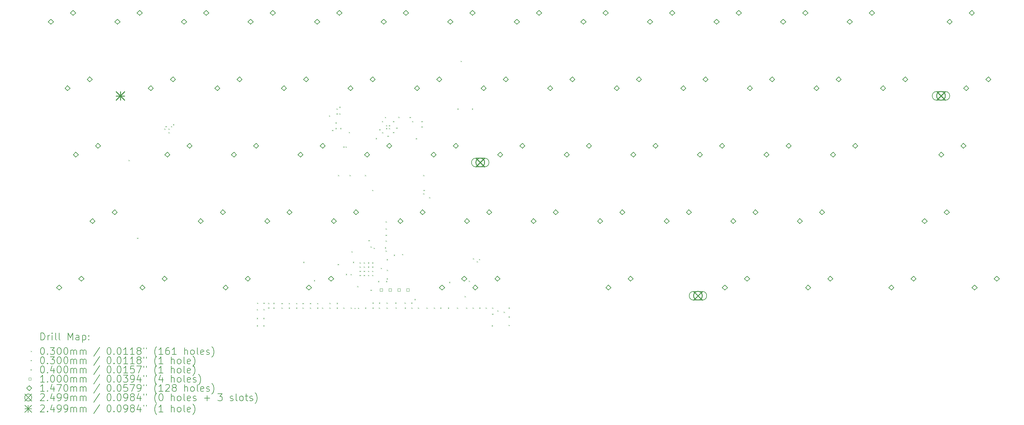
<source format=gbr>
%TF.GenerationSoftware,KiCad,Pcbnew,7.0.5*%
%TF.CreationDate,2024-03-02T17:21:19+09:00*%
%TF.ProjectId,Hotp4ck60,486f7470-3463-46b3-9630-2e6b69636164,rev?*%
%TF.SameCoordinates,Original*%
%TF.FileFunction,Drillmap*%
%TF.FilePolarity,Positive*%
%FSLAX45Y45*%
G04 Gerber Fmt 4.5, Leading zero omitted, Abs format (unit mm)*
G04 Created by KiCad (PCBNEW 7.0.5) date 2024-03-02 17:21:19*
%MOMM*%
%LPD*%
G01*
G04 APERTURE LIST*
%ADD10C,0.200000*%
%ADD11C,0.030000*%
%ADD12C,0.040000*%
%ADD13C,0.100000*%
%ADD14C,0.147000*%
%ADD15C,0.249936*%
%ADD16C,0.249940*%
G04 APERTURE END LIST*
D10*
D11*
X9937000Y-14502000D02*
X9967000Y-14532000D01*
X9967000Y-14502000D02*
X9937000Y-14532000D01*
X10179000Y-16730000D02*
X10209000Y-16760000D01*
X10209000Y-16730000D02*
X10179000Y-16760000D01*
X10958787Y-13603453D02*
X10988787Y-13633453D01*
X10988787Y-13603453D02*
X10958787Y-13633453D01*
X10993000Y-13530853D02*
X11023000Y-13560853D01*
X11023000Y-13530853D02*
X10993000Y-13560853D01*
X11077447Y-13703853D02*
X11107447Y-13733853D01*
X11107447Y-13703853D02*
X11077447Y-13733853D01*
X11077497Y-13603497D02*
X11107497Y-13633497D01*
X11107497Y-13603497D02*
X11077497Y-13633497D01*
X11151108Y-13529886D02*
X11181108Y-13559886D01*
X11181108Y-13529886D02*
X11151108Y-13559886D01*
X11209000Y-13474000D02*
X11239000Y-13504000D01*
X11239000Y-13474000D02*
X11209000Y-13504000D01*
X13604000Y-18780000D02*
X13634000Y-18810000D01*
X13634000Y-18780000D02*
X13604000Y-18810000D01*
X13604000Y-19030000D02*
X13634000Y-19060000D01*
X13634000Y-19030000D02*
X13604000Y-19060000D01*
X13604000Y-19240000D02*
X13634000Y-19270000D01*
X13634000Y-19240000D02*
X13604000Y-19270000D01*
X13614000Y-18592000D02*
X13644000Y-18622000D01*
X13644000Y-18592000D02*
X13614000Y-18622000D01*
X13793000Y-19030000D02*
X13823000Y-19060000D01*
X13823000Y-19030000D02*
X13793000Y-19060000D01*
X13793000Y-19240000D02*
X13823000Y-19270000D01*
X13823000Y-19240000D02*
X13793000Y-19270000D01*
X13794000Y-18775000D02*
X13824000Y-18805000D01*
X13824000Y-18775000D02*
X13794000Y-18805000D01*
X13797000Y-18592000D02*
X13827000Y-18622000D01*
X13827000Y-18592000D02*
X13797000Y-18622000D01*
X13929000Y-18597000D02*
X13959000Y-18627000D01*
X13959000Y-18597000D02*
X13929000Y-18627000D01*
X13929000Y-18729000D02*
X13959000Y-18759000D01*
X13959000Y-18729000D02*
X13929000Y-18759000D01*
X14078000Y-18599000D02*
X14108000Y-18629000D01*
X14108000Y-18599000D02*
X14078000Y-18629000D01*
X14078000Y-18731000D02*
X14108000Y-18761000D01*
X14108000Y-18731000D02*
X14078000Y-18761000D01*
X14311000Y-18600000D02*
X14341000Y-18630000D01*
X14341000Y-18600000D02*
X14311000Y-18630000D01*
X14311000Y-18732000D02*
X14341000Y-18762000D01*
X14341000Y-18732000D02*
X14311000Y-18762000D01*
X14521000Y-18600000D02*
X14551000Y-18630000D01*
X14551000Y-18600000D02*
X14521000Y-18630000D01*
X14521000Y-18732000D02*
X14551000Y-18762000D01*
X14551000Y-18732000D02*
X14521000Y-18762000D01*
X14731000Y-18600000D02*
X14761000Y-18630000D01*
X14761000Y-18600000D02*
X14731000Y-18630000D01*
X14731000Y-18732000D02*
X14761000Y-18762000D01*
X14761000Y-18732000D02*
X14731000Y-18762000D01*
X14913000Y-18600000D02*
X14943000Y-18630000D01*
X14943000Y-18600000D02*
X14913000Y-18630000D01*
X14913000Y-18732000D02*
X14943000Y-18762000D01*
X14943000Y-18732000D02*
X14913000Y-18762000D01*
X14933125Y-17421875D02*
X14963125Y-17451875D01*
X14963125Y-17421875D02*
X14933125Y-17451875D01*
X15123000Y-18600000D02*
X15153000Y-18630000D01*
X15153000Y-18600000D02*
X15123000Y-18630000D01*
X15123000Y-18732000D02*
X15153000Y-18762000D01*
X15153000Y-18732000D02*
X15123000Y-18762000D01*
X15238879Y-17944605D02*
X15268879Y-17974605D01*
X15268879Y-17944605D02*
X15238879Y-17974605D01*
X15333000Y-18600000D02*
X15363000Y-18630000D01*
X15363000Y-18600000D02*
X15333000Y-18630000D01*
X15333000Y-18732000D02*
X15363000Y-18762000D01*
X15363000Y-18732000D02*
X15333000Y-18762000D01*
X15473000Y-18731000D02*
X15503000Y-18761000D01*
X15503000Y-18731000D02*
X15473000Y-18761000D01*
X15671225Y-13227150D02*
X15701225Y-13257150D01*
X15701225Y-13227150D02*
X15671225Y-13257150D01*
X15683000Y-18599000D02*
X15713000Y-18629000D01*
X15713000Y-18599000D02*
X15683000Y-18629000D01*
X15683000Y-18731000D02*
X15713000Y-18761000D01*
X15713000Y-18731000D02*
X15683000Y-18761000D01*
X15762000Y-13640200D02*
X15792000Y-13670200D01*
X15792000Y-13640200D02*
X15762000Y-13670200D01*
X15855650Y-13423000D02*
X15885650Y-13453000D01*
X15885650Y-13423000D02*
X15855650Y-13453000D01*
X15855650Y-13585000D02*
X15885650Y-13615000D01*
X15885650Y-13585000D02*
X15855650Y-13615000D01*
X15885000Y-13028125D02*
X15915000Y-13058125D01*
X15915000Y-13028125D02*
X15885000Y-13058125D01*
X15885000Y-13166000D02*
X15915000Y-13196000D01*
X15915000Y-13166000D02*
X15885000Y-13196000D01*
X15893000Y-18599000D02*
X15923000Y-18629000D01*
X15923000Y-18599000D02*
X15893000Y-18629000D01*
X15893000Y-18731000D02*
X15923000Y-18761000D01*
X15923000Y-18731000D02*
X15893000Y-18761000D01*
X15921000Y-17485000D02*
X15951000Y-17515000D01*
X15951000Y-17485000D02*
X15921000Y-17515000D01*
X15931000Y-14933000D02*
X15961000Y-14963000D01*
X15961000Y-14933000D02*
X15931000Y-14963000D01*
X15967000Y-12978000D02*
X15997000Y-13008000D01*
X15997000Y-12978000D02*
X15967000Y-13008000D01*
X15967000Y-13166000D02*
X15997000Y-13196000D01*
X15997000Y-13166000D02*
X15967000Y-13196000D01*
X15993650Y-13585000D02*
X16023650Y-13615000D01*
X16023650Y-13585000D02*
X15993650Y-13615000D01*
X16080500Y-14115000D02*
X16110500Y-14145000D01*
X16110500Y-14115000D02*
X16080500Y-14145000D01*
X16084000Y-18733000D02*
X16114000Y-18763000D01*
X16114000Y-18733000D02*
X16084000Y-18763000D01*
X16145500Y-14115000D02*
X16175500Y-14145000D01*
X16175500Y-14115000D02*
X16145500Y-14145000D01*
X16152000Y-17768150D02*
X16182000Y-17798150D01*
X16182000Y-17768150D02*
X16152000Y-17798150D01*
X16239000Y-13701000D02*
X16269000Y-13731000D01*
X16269000Y-13701000D02*
X16239000Y-13731000D01*
X16258125Y-14933125D02*
X16288125Y-14963125D01*
X16288125Y-14933125D02*
X16258125Y-14963125D01*
X16289000Y-17772000D02*
X16319000Y-17802000D01*
X16319000Y-17772000D02*
X16289000Y-17802000D01*
X16294000Y-18733000D02*
X16324000Y-18763000D01*
X16324000Y-18733000D02*
X16294000Y-18763000D01*
X16314000Y-17121000D02*
X16344000Y-17151000D01*
X16344000Y-17121000D02*
X16314000Y-17151000D01*
X16357000Y-17419000D02*
X16387000Y-17449000D01*
X16387000Y-17419000D02*
X16357000Y-17449000D01*
X16478000Y-18114000D02*
X16508000Y-18144000D01*
X16508000Y-18114000D02*
X16478000Y-18144000D01*
X16499000Y-18738000D02*
X16529000Y-18768000D01*
X16529000Y-18738000D02*
X16499000Y-18768000D01*
X16547000Y-17438000D02*
X16577000Y-17468000D01*
X16577000Y-17438000D02*
X16547000Y-17468000D01*
X16547000Y-17558000D02*
X16577000Y-17588000D01*
X16577000Y-17558000D02*
X16547000Y-17588000D01*
X16547000Y-17798000D02*
X16577000Y-17828000D01*
X16577000Y-17798000D02*
X16547000Y-17828000D01*
X16547000Y-17678000D02*
X16577000Y-17708000D01*
X16577000Y-17678000D02*
X16547000Y-17708000D01*
X16667000Y-17798000D02*
X16697000Y-17828000D01*
X16697000Y-17798000D02*
X16667000Y-17828000D01*
X16667000Y-17558000D02*
X16697000Y-17588000D01*
X16697000Y-17558000D02*
X16667000Y-17588000D01*
X16667000Y-17678000D02*
X16697000Y-17708000D01*
X16697000Y-17678000D02*
X16667000Y-17708000D01*
X16667000Y-17438000D02*
X16697000Y-17468000D01*
X16697000Y-17438000D02*
X16667000Y-17468000D01*
X16701000Y-14933125D02*
X16731000Y-14963125D01*
X16731000Y-14933125D02*
X16701000Y-14963125D01*
X16705000Y-18733000D02*
X16735000Y-18763000D01*
X16735000Y-18733000D02*
X16705000Y-18763000D01*
X16787000Y-17798000D02*
X16817000Y-17828000D01*
X16817000Y-17798000D02*
X16787000Y-17828000D01*
X16787000Y-17438000D02*
X16817000Y-17468000D01*
X16817000Y-17438000D02*
X16787000Y-17468000D01*
X16787000Y-17558000D02*
X16817000Y-17588000D01*
X16817000Y-17558000D02*
X16787000Y-17588000D01*
X16787000Y-17678000D02*
X16817000Y-17708000D01*
X16817000Y-17678000D02*
X16787000Y-17708000D01*
X16801000Y-16800000D02*
X16831000Y-16830000D01*
X16831000Y-16800000D02*
X16801000Y-16830000D01*
X16859000Y-16981000D02*
X16889000Y-17011000D01*
X16889000Y-16981000D02*
X16859000Y-17011000D01*
X16861000Y-18221000D02*
X16891000Y-18251000D01*
X16891000Y-18221000D02*
X16861000Y-18251000D01*
X16907000Y-17798000D02*
X16937000Y-17828000D01*
X16937000Y-17798000D02*
X16907000Y-17828000D01*
X16907000Y-17438000D02*
X16937000Y-17468000D01*
X16937000Y-17438000D02*
X16907000Y-17468000D01*
X16907000Y-17678000D02*
X16937000Y-17708000D01*
X16937000Y-17678000D02*
X16907000Y-17708000D01*
X16907000Y-17558000D02*
X16937000Y-17588000D01*
X16937000Y-17558000D02*
X16907000Y-17588000D01*
X16908000Y-15358000D02*
X16938000Y-15388000D01*
X16938000Y-15358000D02*
X16908000Y-15388000D01*
X16915000Y-18733000D02*
X16945000Y-18763000D01*
X16945000Y-18733000D02*
X16915000Y-18763000D01*
X16916000Y-18591000D02*
X16946000Y-18621000D01*
X16946000Y-18591000D02*
X16916000Y-18621000D01*
X16949500Y-17018000D02*
X16979500Y-17048000D01*
X16979500Y-17018000D02*
X16949500Y-17048000D01*
X17010000Y-13875000D02*
X17040000Y-13905000D01*
X17040000Y-13875000D02*
X17010000Y-13905000D01*
X17078000Y-17972000D02*
X17108000Y-18002000D01*
X17108000Y-17972000D02*
X17078000Y-18002000D01*
X17097000Y-18733000D02*
X17127000Y-18763000D01*
X17127000Y-18733000D02*
X17097000Y-18763000D01*
X17103000Y-18590000D02*
X17133000Y-18620000D01*
X17133000Y-18590000D02*
X17103000Y-18620000D01*
X17109000Y-13620000D02*
X17139000Y-13650000D01*
X17139000Y-13620000D02*
X17109000Y-13650000D01*
X17154000Y-17593000D02*
X17184000Y-17623000D01*
X17184000Y-17593000D02*
X17154000Y-17623000D01*
X17185000Y-13387000D02*
X17215000Y-13417000D01*
X17215000Y-13387000D02*
X17185000Y-13417000D01*
X17189000Y-13702000D02*
X17219000Y-13732000D01*
X17219000Y-13702000D02*
X17189000Y-13732000D01*
X17270000Y-13266000D02*
X17300000Y-13296000D01*
X17300000Y-13266000D02*
X17270000Y-13296000D01*
X17273000Y-17005000D02*
X17303000Y-17035000D01*
X17303000Y-17005000D02*
X17273000Y-17035000D01*
X17293000Y-17100000D02*
X17323000Y-17130000D01*
X17323000Y-17100000D02*
X17293000Y-17130000D01*
X17293950Y-16466000D02*
X17323950Y-16496000D01*
X17323950Y-16466000D02*
X17293950Y-16496000D01*
X17293950Y-16647000D02*
X17323950Y-16677000D01*
X17323950Y-16647000D02*
X17293950Y-16677000D01*
X17293950Y-16809000D02*
X17323950Y-16839000D01*
X17323950Y-16809000D02*
X17293950Y-16839000D01*
X17293992Y-16260448D02*
X17323992Y-16290448D01*
X17323992Y-16260448D02*
X17293992Y-16290448D01*
X17305000Y-13505000D02*
X17335000Y-13535000D01*
X17335000Y-13505000D02*
X17305000Y-13535000D01*
X17305000Y-13585000D02*
X17335000Y-13615000D01*
X17335000Y-13585000D02*
X17305000Y-13615000D01*
X17307000Y-17972000D02*
X17337000Y-18002000D01*
X17337000Y-17972000D02*
X17307000Y-18002000D01*
X17319000Y-18732000D02*
X17349000Y-18762000D01*
X17349000Y-18732000D02*
X17319000Y-18762000D01*
X17320000Y-18587000D02*
X17350000Y-18617000D01*
X17350000Y-18587000D02*
X17320000Y-18617000D01*
X17321000Y-17893000D02*
X17351000Y-17923000D01*
X17351000Y-17893000D02*
X17321000Y-17923000D01*
X17323000Y-17344000D02*
X17353000Y-17374000D01*
X17353000Y-17344000D02*
X17323000Y-17374000D01*
X17325000Y-17650000D02*
X17355000Y-17680000D01*
X17355000Y-17650000D02*
X17325000Y-17680000D01*
X17385000Y-13505000D02*
X17415000Y-13535000D01*
X17415000Y-13505000D02*
X17385000Y-13535000D01*
X17385000Y-13585000D02*
X17415000Y-13615000D01*
X17415000Y-13585000D02*
X17385000Y-13615000D01*
X17504000Y-13700000D02*
X17534000Y-13730000D01*
X17534000Y-13700000D02*
X17504000Y-13730000D01*
X17506000Y-13387000D02*
X17536000Y-13417000D01*
X17536000Y-13387000D02*
X17506000Y-13417000D01*
X17524000Y-17217000D02*
X17554000Y-17247000D01*
X17554000Y-17217000D02*
X17524000Y-17247000D01*
X17566000Y-18587000D02*
X17596000Y-18617000D01*
X17596000Y-18587000D02*
X17566000Y-18617000D01*
X17578000Y-18730000D02*
X17608000Y-18760000D01*
X17608000Y-18730000D02*
X17578000Y-18760000D01*
X17599000Y-13573000D02*
X17629000Y-13603000D01*
X17629000Y-13573000D02*
X17599000Y-13603000D01*
X17655000Y-13264000D02*
X17685000Y-13294000D01*
X17685000Y-13264000D02*
X17655000Y-13294000D01*
X17763096Y-17196096D02*
X17793096Y-17226096D01*
X17793096Y-17196096D02*
X17763096Y-17226096D01*
X17833000Y-18587000D02*
X17863000Y-18617000D01*
X17863000Y-18587000D02*
X17833000Y-18617000D01*
X17840000Y-18732000D02*
X17870000Y-18762000D01*
X17870000Y-18732000D02*
X17840000Y-18762000D01*
X17980000Y-13267000D02*
X18010000Y-13297000D01*
X18010000Y-13267000D02*
X17980000Y-13297000D01*
X18026000Y-18587000D02*
X18056000Y-18617000D01*
X18056000Y-18587000D02*
X18026000Y-18617000D01*
X18028000Y-18732000D02*
X18058000Y-18762000D01*
X18058000Y-18732000D02*
X18028000Y-18762000D01*
X18051000Y-13388000D02*
X18081000Y-13418000D01*
X18081000Y-13388000D02*
X18051000Y-13418000D01*
X18119482Y-18485250D02*
X18149482Y-18515250D01*
X18149482Y-18485250D02*
X18119482Y-18515250D01*
X18156000Y-13879000D02*
X18186000Y-13909000D01*
X18186000Y-13879000D02*
X18156000Y-13909000D01*
X18216000Y-18733000D02*
X18246000Y-18763000D01*
X18246000Y-18733000D02*
X18216000Y-18763000D01*
X18319000Y-13387000D02*
X18349000Y-13417000D01*
X18349000Y-13387000D02*
X18319000Y-13417000D01*
X18319000Y-13539000D02*
X18349000Y-13569000D01*
X18349000Y-13539000D02*
X18319000Y-13569000D01*
X18368000Y-14933125D02*
X18398000Y-14963125D01*
X18398000Y-14933125D02*
X18368000Y-14963125D01*
X18369000Y-15457000D02*
X18399000Y-15487000D01*
X18399000Y-15457000D02*
X18369000Y-15487000D01*
X18377000Y-15358125D02*
X18407000Y-15388125D01*
X18407000Y-15358125D02*
X18377000Y-15388125D01*
X18461000Y-18733000D02*
X18491000Y-18763000D01*
X18491000Y-18733000D02*
X18461000Y-18763000D01*
X18538000Y-15568000D02*
X18568000Y-15598000D01*
X18568000Y-15568000D02*
X18538000Y-15598000D01*
X18671000Y-18733000D02*
X18701000Y-18763000D01*
X18701000Y-18733000D02*
X18671000Y-18763000D01*
X18853000Y-18733000D02*
X18883000Y-18763000D01*
X18883000Y-18733000D02*
X18853000Y-18763000D01*
X19075000Y-18733000D02*
X19105000Y-18763000D01*
X19105000Y-18733000D02*
X19075000Y-18763000D01*
X19108117Y-17995250D02*
X19138117Y-18025250D01*
X19138117Y-17995250D02*
X19108117Y-18025250D01*
X19334000Y-18733000D02*
X19364000Y-18763000D01*
X19364000Y-18733000D02*
X19334000Y-18763000D01*
X19347000Y-13028125D02*
X19377000Y-13058125D01*
X19377000Y-13028125D02*
X19347000Y-13058125D01*
X19440000Y-11659000D02*
X19470000Y-11689000D01*
X19470000Y-11659000D02*
X19440000Y-11689000D01*
X19552000Y-18402000D02*
X19582000Y-18432000D01*
X19582000Y-18402000D02*
X19552000Y-18432000D01*
X19596000Y-18733000D02*
X19626000Y-18763000D01*
X19626000Y-18733000D02*
X19596000Y-18763000D01*
X19671238Y-17961238D02*
X19701238Y-17991238D01*
X19701238Y-17961238D02*
X19671238Y-17991238D01*
X19759000Y-13028125D02*
X19789000Y-13058125D01*
X19789000Y-13028125D02*
X19759000Y-13058125D01*
X19784000Y-18733000D02*
X19814000Y-18763000D01*
X19814000Y-18733000D02*
X19784000Y-18763000D01*
X19789339Y-17317881D02*
X19819339Y-17347881D01*
X19819339Y-17317881D02*
X19789339Y-17347881D01*
X19898691Y-17403691D02*
X19928691Y-17433691D01*
X19928691Y-17403691D02*
X19898691Y-17433691D01*
X19963113Y-17340110D02*
X19993113Y-17370110D01*
X19993113Y-17340110D02*
X19963113Y-17370110D01*
X19972000Y-18733000D02*
X20002000Y-18763000D01*
X20002000Y-18733000D02*
X19972000Y-18763000D01*
X20152000Y-18733000D02*
X20182000Y-18763000D01*
X20182000Y-18733000D02*
X20152000Y-18763000D01*
X20327000Y-19243000D02*
X20357000Y-19273000D01*
X20357000Y-19243000D02*
X20327000Y-19273000D01*
X20340000Y-18733000D02*
X20370000Y-18763000D01*
X20370000Y-18733000D02*
X20340000Y-18763000D01*
X20340000Y-18906000D02*
X20370000Y-18936000D01*
X20370000Y-18906000D02*
X20340000Y-18936000D01*
X20488000Y-18813000D02*
X20518000Y-18843000D01*
X20518000Y-18813000D02*
X20488000Y-18843000D01*
X20672000Y-18851000D02*
X20702000Y-18881000D01*
X20702000Y-18851000D02*
X20672000Y-18881000D01*
X20810000Y-19228000D02*
X20840000Y-19258000D01*
X20840000Y-19228000D02*
X20810000Y-19258000D01*
X20812000Y-18733000D02*
X20842000Y-18763000D01*
X20842000Y-18733000D02*
X20812000Y-18763000D01*
X20812000Y-18989000D02*
X20842000Y-19019000D01*
X20842000Y-18989000D02*
X20812000Y-19019000D01*
X16434000Y-18760500D02*
G75*
G03*
X16434000Y-18760500I-15000J0D01*
G01*
D12*
X17360000Y-13801000D02*
X17360000Y-13841000D01*
X17340000Y-13821000D02*
X17380000Y-13821000D01*
D13*
X17203356Y-18261856D02*
X17203356Y-18191144D01*
X17132644Y-18191144D01*
X17132644Y-18261856D01*
X17203356Y-18261856D01*
X17457356Y-18261856D02*
X17457356Y-18191144D01*
X17386644Y-18191144D01*
X17386644Y-18261856D01*
X17457356Y-18261856D01*
X17711356Y-18261856D02*
X17711356Y-18191144D01*
X17640644Y-18191144D01*
X17640644Y-18261856D01*
X17711356Y-18261856D01*
X17965356Y-18261856D02*
X17965356Y-18191144D01*
X17894644Y-18191144D01*
X17894644Y-18261856D01*
X17965356Y-18261856D01*
D14*
X7715250Y-10614500D02*
X7788750Y-10541000D01*
X7715250Y-10467500D01*
X7641750Y-10541000D01*
X7715250Y-10614500D01*
X7953375Y-18234500D02*
X8026875Y-18161000D01*
X7953375Y-18087500D01*
X7879875Y-18161000D01*
X7953375Y-18234500D01*
X8191500Y-12519500D02*
X8265000Y-12446000D01*
X8191500Y-12372500D01*
X8118000Y-12446000D01*
X8191500Y-12519500D01*
X8350250Y-10360500D02*
X8423750Y-10287000D01*
X8350250Y-10213500D01*
X8276750Y-10287000D01*
X8350250Y-10360500D01*
X8429625Y-14424500D02*
X8503125Y-14351000D01*
X8429625Y-14277500D01*
X8356125Y-14351000D01*
X8429625Y-14424500D01*
X8588375Y-17980500D02*
X8661875Y-17907000D01*
X8588375Y-17833500D01*
X8514875Y-17907000D01*
X8588375Y-17980500D01*
X8826500Y-12265500D02*
X8900000Y-12192000D01*
X8826500Y-12118500D01*
X8753000Y-12192000D01*
X8826500Y-12265500D01*
X8905875Y-16329500D02*
X8979375Y-16256000D01*
X8905875Y-16182500D01*
X8832375Y-16256000D01*
X8905875Y-16329500D01*
X9064625Y-14170500D02*
X9138125Y-14097000D01*
X9064625Y-14023500D01*
X8991125Y-14097000D01*
X9064625Y-14170500D01*
X9540875Y-16075500D02*
X9614375Y-16002000D01*
X9540875Y-15928500D01*
X9467375Y-16002000D01*
X9540875Y-16075500D01*
X9620250Y-10614500D02*
X9693750Y-10541000D01*
X9620250Y-10467500D01*
X9546750Y-10541000D01*
X9620250Y-10614500D01*
X10255250Y-10360500D02*
X10328750Y-10287000D01*
X10255250Y-10213500D01*
X10181750Y-10287000D01*
X10255250Y-10360500D01*
X10334625Y-18234500D02*
X10408125Y-18161000D01*
X10334625Y-18087500D01*
X10261125Y-18161000D01*
X10334625Y-18234500D01*
X10572750Y-12519500D02*
X10646250Y-12446000D01*
X10572750Y-12372500D01*
X10499250Y-12446000D01*
X10572750Y-12519500D01*
X10969625Y-17980500D02*
X11043125Y-17907000D01*
X10969625Y-17833500D01*
X10896125Y-17907000D01*
X10969625Y-17980500D01*
X11049000Y-14424500D02*
X11122500Y-14351000D01*
X11049000Y-14277500D01*
X10975500Y-14351000D01*
X11049000Y-14424500D01*
X11207750Y-12265500D02*
X11281250Y-12192000D01*
X11207750Y-12118500D01*
X11134250Y-12192000D01*
X11207750Y-12265500D01*
X11525250Y-10614500D02*
X11598750Y-10541000D01*
X11525250Y-10467500D01*
X11451750Y-10541000D01*
X11525250Y-10614500D01*
X11684000Y-14170500D02*
X11757500Y-14097000D01*
X11684000Y-14023500D01*
X11610500Y-14097000D01*
X11684000Y-14170500D01*
X12001500Y-16329500D02*
X12075000Y-16256000D01*
X12001500Y-16182500D01*
X11928000Y-16256000D01*
X12001500Y-16329500D01*
X12160250Y-10360500D02*
X12233750Y-10287000D01*
X12160250Y-10213500D01*
X12086750Y-10287000D01*
X12160250Y-10360500D01*
X12477750Y-12519500D02*
X12551250Y-12446000D01*
X12477750Y-12372500D01*
X12404250Y-12446000D01*
X12477750Y-12519500D01*
X12636500Y-16075500D02*
X12710000Y-16002000D01*
X12636500Y-15928500D01*
X12563000Y-16002000D01*
X12636500Y-16075500D01*
X12715875Y-18234500D02*
X12789375Y-18161000D01*
X12715875Y-18087500D01*
X12642375Y-18161000D01*
X12715875Y-18234500D01*
X12954000Y-14424500D02*
X13027500Y-14351000D01*
X12954000Y-14277500D01*
X12880500Y-14351000D01*
X12954000Y-14424500D01*
X13112750Y-12265500D02*
X13186250Y-12192000D01*
X13112750Y-12118500D01*
X13039250Y-12192000D01*
X13112750Y-12265500D01*
X13350875Y-17980500D02*
X13424375Y-17907000D01*
X13350875Y-17833500D01*
X13277375Y-17907000D01*
X13350875Y-17980500D01*
X13430250Y-10614500D02*
X13503750Y-10541000D01*
X13430250Y-10467500D01*
X13356750Y-10541000D01*
X13430250Y-10614500D01*
X13589000Y-14170500D02*
X13662500Y-14097000D01*
X13589000Y-14023500D01*
X13515500Y-14097000D01*
X13589000Y-14170500D01*
X13906500Y-16329500D02*
X13980000Y-16256000D01*
X13906500Y-16182500D01*
X13833000Y-16256000D01*
X13906500Y-16329500D01*
X14065250Y-10360500D02*
X14138750Y-10287000D01*
X14065250Y-10213500D01*
X13991750Y-10287000D01*
X14065250Y-10360500D01*
X14382750Y-12519500D02*
X14456250Y-12446000D01*
X14382750Y-12372500D01*
X14309250Y-12446000D01*
X14382750Y-12519500D01*
X14541500Y-16075500D02*
X14615000Y-16002000D01*
X14541500Y-15928500D01*
X14468000Y-16002000D01*
X14541500Y-16075500D01*
X14859000Y-14424500D02*
X14932500Y-14351000D01*
X14859000Y-14277500D01*
X14785500Y-14351000D01*
X14859000Y-14424500D01*
X15017750Y-12265500D02*
X15091250Y-12192000D01*
X15017750Y-12118500D01*
X14944250Y-12192000D01*
X15017750Y-12265500D01*
X15097125Y-18234500D02*
X15170625Y-18161000D01*
X15097125Y-18087500D01*
X15023625Y-18161000D01*
X15097125Y-18234500D01*
X15335250Y-10614500D02*
X15408750Y-10541000D01*
X15335250Y-10467500D01*
X15261750Y-10541000D01*
X15335250Y-10614500D01*
X15494000Y-14170500D02*
X15567500Y-14097000D01*
X15494000Y-14023500D01*
X15420500Y-14097000D01*
X15494000Y-14170500D01*
X15732125Y-17980500D02*
X15805625Y-17907000D01*
X15732125Y-17833500D01*
X15658625Y-17907000D01*
X15732125Y-17980500D01*
X15811500Y-16329500D02*
X15885000Y-16256000D01*
X15811500Y-16182500D01*
X15738000Y-16256000D01*
X15811500Y-16329500D01*
X15970250Y-10360500D02*
X16043750Y-10287000D01*
X15970250Y-10213500D01*
X15896750Y-10287000D01*
X15970250Y-10360500D01*
X16287750Y-12519500D02*
X16361250Y-12446000D01*
X16287750Y-12372500D01*
X16214250Y-12446000D01*
X16287750Y-12519500D01*
X16446500Y-16075500D02*
X16520000Y-16002000D01*
X16446500Y-15928500D01*
X16373000Y-16002000D01*
X16446500Y-16075500D01*
X16764000Y-14424500D02*
X16837500Y-14351000D01*
X16764000Y-14277500D01*
X16690500Y-14351000D01*
X16764000Y-14424500D01*
X16922750Y-12265500D02*
X16996250Y-12192000D01*
X16922750Y-12118500D01*
X16849250Y-12192000D01*
X16922750Y-12265500D01*
X17240250Y-10614500D02*
X17313750Y-10541000D01*
X17240250Y-10467500D01*
X17166750Y-10541000D01*
X17240250Y-10614500D01*
X17399000Y-14170500D02*
X17472500Y-14097000D01*
X17399000Y-14023500D01*
X17325500Y-14097000D01*
X17399000Y-14170500D01*
X17716500Y-16329500D02*
X17790000Y-16256000D01*
X17716500Y-16182500D01*
X17643000Y-16256000D01*
X17716500Y-16329500D01*
X17875250Y-10360500D02*
X17948750Y-10287000D01*
X17875250Y-10213500D01*
X17801750Y-10287000D01*
X17875250Y-10360500D01*
X18192750Y-12519500D02*
X18266250Y-12446000D01*
X18192750Y-12372500D01*
X18119250Y-12446000D01*
X18192750Y-12519500D01*
X18351500Y-16075500D02*
X18425000Y-16002000D01*
X18351500Y-15928500D01*
X18278000Y-16002000D01*
X18351500Y-16075500D01*
X18669000Y-14424500D02*
X18742500Y-14351000D01*
X18669000Y-14277500D01*
X18595500Y-14351000D01*
X18669000Y-14424500D01*
X18827750Y-12265500D02*
X18901250Y-12192000D01*
X18827750Y-12118500D01*
X18754250Y-12192000D01*
X18827750Y-12265500D01*
X18907125Y-18234500D02*
X18980625Y-18161000D01*
X18907125Y-18087500D01*
X18833625Y-18161000D01*
X18907125Y-18234500D01*
X19145250Y-10614500D02*
X19218750Y-10541000D01*
X19145250Y-10467500D01*
X19071750Y-10541000D01*
X19145250Y-10614500D01*
X19304000Y-14170500D02*
X19377500Y-14097000D01*
X19304000Y-14023500D01*
X19230500Y-14097000D01*
X19304000Y-14170500D01*
X19542125Y-17980500D02*
X19615625Y-17907000D01*
X19542125Y-17833500D01*
X19468625Y-17907000D01*
X19542125Y-17980500D01*
X19621500Y-16329500D02*
X19695000Y-16256000D01*
X19621500Y-16182500D01*
X19548000Y-16256000D01*
X19621500Y-16329500D01*
X19780250Y-10360500D02*
X19853750Y-10287000D01*
X19780250Y-10213500D01*
X19706750Y-10287000D01*
X19780250Y-10360500D01*
X19859625Y-18234500D02*
X19933125Y-18161000D01*
X19859625Y-18087500D01*
X19786125Y-18161000D01*
X19859625Y-18234500D01*
X20097750Y-12519500D02*
X20171250Y-12446000D01*
X20097750Y-12372500D01*
X20024250Y-12446000D01*
X20097750Y-12519500D01*
X20256500Y-16075500D02*
X20330000Y-16002000D01*
X20256500Y-15928500D01*
X20183000Y-16002000D01*
X20256500Y-16075500D01*
X20494625Y-17980500D02*
X20568125Y-17907000D01*
X20494625Y-17833500D01*
X20421125Y-17907000D01*
X20494625Y-17980500D01*
X20574000Y-14424500D02*
X20647500Y-14351000D01*
X20574000Y-14277500D01*
X20500500Y-14351000D01*
X20574000Y-14424500D01*
X20732750Y-12265500D02*
X20806250Y-12192000D01*
X20732750Y-12118500D01*
X20659250Y-12192000D01*
X20732750Y-12265500D01*
X21050250Y-10614500D02*
X21123750Y-10541000D01*
X21050250Y-10467500D01*
X20976750Y-10541000D01*
X21050250Y-10614500D01*
X21209000Y-14170500D02*
X21282500Y-14097000D01*
X21209000Y-14023500D01*
X21135500Y-14097000D01*
X21209000Y-14170500D01*
X21526500Y-16329500D02*
X21600000Y-16256000D01*
X21526500Y-16182500D01*
X21453000Y-16256000D01*
X21526500Y-16329500D01*
X21685250Y-10360500D02*
X21758750Y-10287000D01*
X21685250Y-10213500D01*
X21611750Y-10287000D01*
X21685250Y-10360500D01*
X22002750Y-12519500D02*
X22076250Y-12446000D01*
X22002750Y-12372500D01*
X21929250Y-12446000D01*
X22002750Y-12519500D01*
X22161500Y-16075500D02*
X22235000Y-16002000D01*
X22161500Y-15928500D01*
X22088000Y-16002000D01*
X22161500Y-16075500D01*
X22479000Y-14424500D02*
X22552500Y-14351000D01*
X22479000Y-14277500D01*
X22405500Y-14351000D01*
X22479000Y-14424500D01*
X22637750Y-12265500D02*
X22711250Y-12192000D01*
X22637750Y-12118500D01*
X22564250Y-12192000D01*
X22637750Y-12265500D01*
X22955250Y-10614500D02*
X23028750Y-10541000D01*
X22955250Y-10467500D01*
X22881750Y-10541000D01*
X22955250Y-10614500D01*
X23114000Y-14170500D02*
X23187500Y-14097000D01*
X23114000Y-14023500D01*
X23040500Y-14097000D01*
X23114000Y-14170500D01*
X23431500Y-16329500D02*
X23505000Y-16256000D01*
X23431500Y-16182500D01*
X23358000Y-16256000D01*
X23431500Y-16329500D01*
X23590250Y-10360500D02*
X23663750Y-10287000D01*
X23590250Y-10213500D01*
X23516750Y-10287000D01*
X23590250Y-10360500D01*
X23669625Y-18234500D02*
X23743125Y-18161000D01*
X23669625Y-18087500D01*
X23596125Y-18161000D01*
X23669625Y-18234500D01*
X23907750Y-12519500D02*
X23981250Y-12446000D01*
X23907750Y-12372500D01*
X23834250Y-12446000D01*
X23907750Y-12519500D01*
X24066500Y-16075500D02*
X24140000Y-16002000D01*
X24066500Y-15928500D01*
X23993000Y-16002000D01*
X24066500Y-16075500D01*
X24304625Y-17980500D02*
X24378125Y-17907000D01*
X24304625Y-17833500D01*
X24231125Y-17907000D01*
X24304625Y-17980500D01*
X24384000Y-14424500D02*
X24457500Y-14351000D01*
X24384000Y-14277500D01*
X24310500Y-14351000D01*
X24384000Y-14424500D01*
X24542750Y-12265500D02*
X24616250Y-12192000D01*
X24542750Y-12118500D01*
X24469250Y-12192000D01*
X24542750Y-12265500D01*
X24860250Y-10614500D02*
X24933750Y-10541000D01*
X24860250Y-10467500D01*
X24786750Y-10541000D01*
X24860250Y-10614500D01*
X25019000Y-14170500D02*
X25092500Y-14097000D01*
X25019000Y-14023500D01*
X24945500Y-14097000D01*
X25019000Y-14170500D01*
X25336500Y-16329500D02*
X25410000Y-16256000D01*
X25336500Y-16182500D01*
X25263000Y-16256000D01*
X25336500Y-16329500D01*
X25495250Y-10360500D02*
X25568750Y-10287000D01*
X25495250Y-10213500D01*
X25421750Y-10287000D01*
X25495250Y-10360500D01*
X25812750Y-12519500D02*
X25886250Y-12446000D01*
X25812750Y-12372500D01*
X25739250Y-12446000D01*
X25812750Y-12519500D01*
X25971500Y-16075500D02*
X26045000Y-16002000D01*
X25971500Y-15928500D01*
X25898000Y-16002000D01*
X25971500Y-16075500D01*
X26289000Y-14424500D02*
X26362500Y-14351000D01*
X26289000Y-14277500D01*
X26215500Y-14351000D01*
X26289000Y-14424500D01*
X26447750Y-12265500D02*
X26521250Y-12192000D01*
X26447750Y-12118500D01*
X26374250Y-12192000D01*
X26447750Y-12265500D01*
X26765250Y-10614500D02*
X26838750Y-10541000D01*
X26765250Y-10467500D01*
X26691750Y-10541000D01*
X26765250Y-10614500D01*
X26924000Y-14170500D02*
X26997500Y-14097000D01*
X26924000Y-14023500D01*
X26850500Y-14097000D01*
X26924000Y-14170500D01*
X27003375Y-18234500D02*
X27076875Y-18161000D01*
X27003375Y-18087500D01*
X26929875Y-18161000D01*
X27003375Y-18234500D01*
X27241500Y-16329500D02*
X27315000Y-16256000D01*
X27241500Y-16182500D01*
X27168000Y-16256000D01*
X27241500Y-16329500D01*
X27400250Y-10360500D02*
X27473750Y-10287000D01*
X27400250Y-10213500D01*
X27326750Y-10287000D01*
X27400250Y-10360500D01*
X27638375Y-17980500D02*
X27711875Y-17907000D01*
X27638375Y-17833500D01*
X27564875Y-17907000D01*
X27638375Y-17980500D01*
X27717750Y-12519500D02*
X27791250Y-12446000D01*
X27717750Y-12372500D01*
X27644250Y-12446000D01*
X27717750Y-12519500D01*
X27876500Y-16075500D02*
X27950000Y-16002000D01*
X27876500Y-15928500D01*
X27803000Y-16002000D01*
X27876500Y-16075500D01*
X28194000Y-14424500D02*
X28267500Y-14351000D01*
X28194000Y-14277500D01*
X28120500Y-14351000D01*
X28194000Y-14424500D01*
X28352750Y-12265500D02*
X28426250Y-12192000D01*
X28352750Y-12118500D01*
X28279250Y-12192000D01*
X28352750Y-12265500D01*
X28670250Y-10614500D02*
X28743750Y-10541000D01*
X28670250Y-10467500D01*
X28596750Y-10541000D01*
X28670250Y-10614500D01*
X28829000Y-14170500D02*
X28902500Y-14097000D01*
X28829000Y-14023500D01*
X28755500Y-14097000D01*
X28829000Y-14170500D01*
X29146500Y-16329500D02*
X29220000Y-16256000D01*
X29146500Y-16182500D01*
X29073000Y-16256000D01*
X29146500Y-16329500D01*
X29305250Y-10360500D02*
X29378750Y-10287000D01*
X29305250Y-10213500D01*
X29231750Y-10287000D01*
X29305250Y-10360500D01*
X29384625Y-18234500D02*
X29458125Y-18161000D01*
X29384625Y-18087500D01*
X29311125Y-18161000D01*
X29384625Y-18234500D01*
X29622750Y-12519500D02*
X29696250Y-12446000D01*
X29622750Y-12372500D01*
X29549250Y-12446000D01*
X29622750Y-12519500D01*
X29781500Y-16075500D02*
X29855000Y-16002000D01*
X29781500Y-15928500D01*
X29708000Y-16002000D01*
X29781500Y-16075500D01*
X30019625Y-17980500D02*
X30093125Y-17907000D01*
X30019625Y-17833500D01*
X29946125Y-17907000D01*
X30019625Y-17980500D01*
X30099000Y-14424500D02*
X30172500Y-14351000D01*
X30099000Y-14277500D01*
X30025500Y-14351000D01*
X30099000Y-14424500D01*
X30257750Y-12265500D02*
X30331250Y-12192000D01*
X30257750Y-12118500D01*
X30184250Y-12192000D01*
X30257750Y-12265500D01*
X30575250Y-10614500D02*
X30648750Y-10541000D01*
X30575250Y-10467500D01*
X30501750Y-10541000D01*
X30575250Y-10614500D01*
X30734000Y-14170500D02*
X30807500Y-14097000D01*
X30734000Y-14023500D01*
X30660500Y-14097000D01*
X30734000Y-14170500D01*
X31210250Y-10360500D02*
X31283750Y-10287000D01*
X31210250Y-10213500D01*
X31136750Y-10287000D01*
X31210250Y-10360500D01*
X31527750Y-12519500D02*
X31601250Y-12446000D01*
X31527750Y-12372500D01*
X31454250Y-12446000D01*
X31527750Y-12519500D01*
X31765875Y-18234500D02*
X31839375Y-18161000D01*
X31765875Y-18087500D01*
X31692375Y-18161000D01*
X31765875Y-18234500D01*
X32162750Y-12265500D02*
X32236250Y-12192000D01*
X32162750Y-12118500D01*
X32089250Y-12192000D01*
X32162750Y-12265500D01*
X32400875Y-17980500D02*
X32474375Y-17907000D01*
X32400875Y-17833500D01*
X32327375Y-17907000D01*
X32400875Y-17980500D01*
X32718375Y-16329500D02*
X32791875Y-16256000D01*
X32718375Y-16182500D01*
X32644875Y-16256000D01*
X32718375Y-16329500D01*
X33194625Y-14424500D02*
X33268125Y-14351000D01*
X33194625Y-14277500D01*
X33121125Y-14351000D01*
X33194625Y-14424500D01*
X33353375Y-16075500D02*
X33426875Y-16002000D01*
X33353375Y-15928500D01*
X33279875Y-16002000D01*
X33353375Y-16075500D01*
X33432750Y-10614500D02*
X33506250Y-10541000D01*
X33432750Y-10467500D01*
X33359250Y-10541000D01*
X33432750Y-10614500D01*
X33829625Y-14170500D02*
X33903125Y-14097000D01*
X33829625Y-14023500D01*
X33756125Y-14097000D01*
X33829625Y-14170500D01*
X33909000Y-12519500D02*
X33982500Y-12446000D01*
X33909000Y-12372500D01*
X33835500Y-12446000D01*
X33909000Y-12519500D01*
X34067750Y-10360500D02*
X34141250Y-10287000D01*
X34067750Y-10213500D01*
X33994250Y-10287000D01*
X34067750Y-10360500D01*
X34147125Y-18234500D02*
X34220625Y-18161000D01*
X34147125Y-18087500D01*
X34073625Y-18161000D01*
X34147125Y-18234500D01*
X34544000Y-12265500D02*
X34617500Y-12192000D01*
X34544000Y-12118500D01*
X34470500Y-12192000D01*
X34544000Y-12265500D01*
X34782125Y-17980500D02*
X34855625Y-17907000D01*
X34782125Y-17833500D01*
X34708625Y-17907000D01*
X34782125Y-17980500D01*
D15*
X19876282Y-14450032D02*
X20126218Y-14699968D01*
X20126218Y-14450032D02*
X19876282Y-14699968D01*
X20126218Y-14575000D02*
G75*
G03*
X20126218Y-14575000I-124968J0D01*
G01*
D10*
X19876155Y-14699968D02*
X20126345Y-14699968D01*
X20126345Y-14699968D02*
G75*
G03*
X20126345Y-14450032I0J124968D01*
G01*
X20126345Y-14450032D02*
X19876155Y-14450032D01*
X19876155Y-14450032D02*
G75*
G03*
X19876155Y-14699968I0J-124968D01*
G01*
D15*
X26106282Y-18270032D02*
X26356218Y-18519968D01*
X26356218Y-18270032D02*
X26106282Y-18519968D01*
X26356218Y-18395000D02*
G75*
G03*
X26356218Y-18395000I-124968J0D01*
G01*
D10*
X26106155Y-18519968D02*
X26356345Y-18519968D01*
X26356345Y-18519968D02*
G75*
G03*
X26356345Y-18270032I0J124968D01*
G01*
X26356345Y-18270032D02*
X26106155Y-18270032D01*
X26106155Y-18270032D02*
G75*
G03*
X26106155Y-18519968I0J-124968D01*
G01*
D15*
X33061282Y-12540032D02*
X33311218Y-12789968D01*
X33311218Y-12540032D02*
X33061282Y-12789968D01*
X33311218Y-12665000D02*
G75*
G03*
X33311218Y-12665000I-124968J0D01*
G01*
D10*
X33061155Y-12789968D02*
X33311345Y-12789968D01*
X33311345Y-12789968D02*
G75*
G03*
X33311345Y-12540032I0J124968D01*
G01*
X33311345Y-12540032D02*
X33061155Y-12540032D01*
X33061155Y-12540032D02*
G75*
G03*
X33061155Y-12789968I0J-124968D01*
G01*
D16*
X9576280Y-12540030D02*
X9826220Y-12789970D01*
X9826220Y-12540030D02*
X9576280Y-12789970D01*
X9701250Y-12540030D02*
X9701250Y-12789970D01*
X9576280Y-12665000D02*
X9826220Y-12665000D01*
D10*
X7427027Y-19661484D02*
X7427027Y-19461484D01*
X7427027Y-19461484D02*
X7474646Y-19461484D01*
X7474646Y-19461484D02*
X7503217Y-19471008D01*
X7503217Y-19471008D02*
X7522265Y-19490055D01*
X7522265Y-19490055D02*
X7531789Y-19509103D01*
X7531789Y-19509103D02*
X7541312Y-19547198D01*
X7541312Y-19547198D02*
X7541312Y-19575770D01*
X7541312Y-19575770D02*
X7531789Y-19613865D01*
X7531789Y-19613865D02*
X7522265Y-19632912D01*
X7522265Y-19632912D02*
X7503217Y-19651960D01*
X7503217Y-19651960D02*
X7474646Y-19661484D01*
X7474646Y-19661484D02*
X7427027Y-19661484D01*
X7627027Y-19661484D02*
X7627027Y-19528150D01*
X7627027Y-19566246D02*
X7636551Y-19547198D01*
X7636551Y-19547198D02*
X7646074Y-19537674D01*
X7646074Y-19537674D02*
X7665122Y-19528150D01*
X7665122Y-19528150D02*
X7684170Y-19528150D01*
X7750836Y-19661484D02*
X7750836Y-19528150D01*
X7750836Y-19461484D02*
X7741312Y-19471008D01*
X7741312Y-19471008D02*
X7750836Y-19480531D01*
X7750836Y-19480531D02*
X7760360Y-19471008D01*
X7760360Y-19471008D02*
X7750836Y-19461484D01*
X7750836Y-19461484D02*
X7750836Y-19480531D01*
X7874646Y-19661484D02*
X7855598Y-19651960D01*
X7855598Y-19651960D02*
X7846074Y-19632912D01*
X7846074Y-19632912D02*
X7846074Y-19461484D01*
X7979408Y-19661484D02*
X7960360Y-19651960D01*
X7960360Y-19651960D02*
X7950836Y-19632912D01*
X7950836Y-19632912D02*
X7950836Y-19461484D01*
X8207979Y-19661484D02*
X8207979Y-19461484D01*
X8207979Y-19461484D02*
X8274646Y-19604341D01*
X8274646Y-19604341D02*
X8341312Y-19461484D01*
X8341312Y-19461484D02*
X8341312Y-19661484D01*
X8522265Y-19661484D02*
X8522265Y-19556722D01*
X8522265Y-19556722D02*
X8512741Y-19537674D01*
X8512741Y-19537674D02*
X8493694Y-19528150D01*
X8493694Y-19528150D02*
X8455598Y-19528150D01*
X8455598Y-19528150D02*
X8436551Y-19537674D01*
X8522265Y-19651960D02*
X8503217Y-19661484D01*
X8503217Y-19661484D02*
X8455598Y-19661484D01*
X8455598Y-19661484D02*
X8436551Y-19651960D01*
X8436551Y-19651960D02*
X8427027Y-19632912D01*
X8427027Y-19632912D02*
X8427027Y-19613865D01*
X8427027Y-19613865D02*
X8436551Y-19594817D01*
X8436551Y-19594817D02*
X8455598Y-19585293D01*
X8455598Y-19585293D02*
X8503217Y-19585293D01*
X8503217Y-19585293D02*
X8522265Y-19575770D01*
X8617503Y-19528150D02*
X8617503Y-19728150D01*
X8617503Y-19537674D02*
X8636551Y-19528150D01*
X8636551Y-19528150D02*
X8674646Y-19528150D01*
X8674646Y-19528150D02*
X8693694Y-19537674D01*
X8693694Y-19537674D02*
X8703217Y-19547198D01*
X8703217Y-19547198D02*
X8712741Y-19566246D01*
X8712741Y-19566246D02*
X8712741Y-19623389D01*
X8712741Y-19623389D02*
X8703217Y-19642436D01*
X8703217Y-19642436D02*
X8693694Y-19651960D01*
X8693694Y-19651960D02*
X8674646Y-19661484D01*
X8674646Y-19661484D02*
X8636551Y-19661484D01*
X8636551Y-19661484D02*
X8617503Y-19651960D01*
X8798455Y-19642436D02*
X8807979Y-19651960D01*
X8807979Y-19651960D02*
X8798455Y-19661484D01*
X8798455Y-19661484D02*
X8788932Y-19651960D01*
X8788932Y-19651960D02*
X8798455Y-19642436D01*
X8798455Y-19642436D02*
X8798455Y-19661484D01*
X8798455Y-19537674D02*
X8807979Y-19547198D01*
X8807979Y-19547198D02*
X8798455Y-19556722D01*
X8798455Y-19556722D02*
X8788932Y-19547198D01*
X8788932Y-19547198D02*
X8798455Y-19537674D01*
X8798455Y-19537674D02*
X8798455Y-19556722D01*
D11*
X7136250Y-19975000D02*
X7166250Y-20005000D01*
X7166250Y-19975000D02*
X7136250Y-20005000D01*
D10*
X7465122Y-19881484D02*
X7484170Y-19881484D01*
X7484170Y-19881484D02*
X7503217Y-19891008D01*
X7503217Y-19891008D02*
X7512741Y-19900531D01*
X7512741Y-19900531D02*
X7522265Y-19919579D01*
X7522265Y-19919579D02*
X7531789Y-19957674D01*
X7531789Y-19957674D02*
X7531789Y-20005293D01*
X7531789Y-20005293D02*
X7522265Y-20043389D01*
X7522265Y-20043389D02*
X7512741Y-20062436D01*
X7512741Y-20062436D02*
X7503217Y-20071960D01*
X7503217Y-20071960D02*
X7484170Y-20081484D01*
X7484170Y-20081484D02*
X7465122Y-20081484D01*
X7465122Y-20081484D02*
X7446074Y-20071960D01*
X7446074Y-20071960D02*
X7436551Y-20062436D01*
X7436551Y-20062436D02*
X7427027Y-20043389D01*
X7427027Y-20043389D02*
X7417503Y-20005293D01*
X7417503Y-20005293D02*
X7417503Y-19957674D01*
X7417503Y-19957674D02*
X7427027Y-19919579D01*
X7427027Y-19919579D02*
X7436551Y-19900531D01*
X7436551Y-19900531D02*
X7446074Y-19891008D01*
X7446074Y-19891008D02*
X7465122Y-19881484D01*
X7617503Y-20062436D02*
X7627027Y-20071960D01*
X7627027Y-20071960D02*
X7617503Y-20081484D01*
X7617503Y-20081484D02*
X7607979Y-20071960D01*
X7607979Y-20071960D02*
X7617503Y-20062436D01*
X7617503Y-20062436D02*
X7617503Y-20081484D01*
X7693693Y-19881484D02*
X7817503Y-19881484D01*
X7817503Y-19881484D02*
X7750836Y-19957674D01*
X7750836Y-19957674D02*
X7779408Y-19957674D01*
X7779408Y-19957674D02*
X7798455Y-19967198D01*
X7798455Y-19967198D02*
X7807979Y-19976722D01*
X7807979Y-19976722D02*
X7817503Y-19995770D01*
X7817503Y-19995770D02*
X7817503Y-20043389D01*
X7817503Y-20043389D02*
X7807979Y-20062436D01*
X7807979Y-20062436D02*
X7798455Y-20071960D01*
X7798455Y-20071960D02*
X7779408Y-20081484D01*
X7779408Y-20081484D02*
X7722265Y-20081484D01*
X7722265Y-20081484D02*
X7703217Y-20071960D01*
X7703217Y-20071960D02*
X7693693Y-20062436D01*
X7941312Y-19881484D02*
X7960360Y-19881484D01*
X7960360Y-19881484D02*
X7979408Y-19891008D01*
X7979408Y-19891008D02*
X7988932Y-19900531D01*
X7988932Y-19900531D02*
X7998455Y-19919579D01*
X7998455Y-19919579D02*
X8007979Y-19957674D01*
X8007979Y-19957674D02*
X8007979Y-20005293D01*
X8007979Y-20005293D02*
X7998455Y-20043389D01*
X7998455Y-20043389D02*
X7988932Y-20062436D01*
X7988932Y-20062436D02*
X7979408Y-20071960D01*
X7979408Y-20071960D02*
X7960360Y-20081484D01*
X7960360Y-20081484D02*
X7941312Y-20081484D01*
X7941312Y-20081484D02*
X7922265Y-20071960D01*
X7922265Y-20071960D02*
X7912741Y-20062436D01*
X7912741Y-20062436D02*
X7903217Y-20043389D01*
X7903217Y-20043389D02*
X7893693Y-20005293D01*
X7893693Y-20005293D02*
X7893693Y-19957674D01*
X7893693Y-19957674D02*
X7903217Y-19919579D01*
X7903217Y-19919579D02*
X7912741Y-19900531D01*
X7912741Y-19900531D02*
X7922265Y-19891008D01*
X7922265Y-19891008D02*
X7941312Y-19881484D01*
X8131789Y-19881484D02*
X8150836Y-19881484D01*
X8150836Y-19881484D02*
X8169884Y-19891008D01*
X8169884Y-19891008D02*
X8179408Y-19900531D01*
X8179408Y-19900531D02*
X8188932Y-19919579D01*
X8188932Y-19919579D02*
X8198455Y-19957674D01*
X8198455Y-19957674D02*
X8198455Y-20005293D01*
X8198455Y-20005293D02*
X8188932Y-20043389D01*
X8188932Y-20043389D02*
X8179408Y-20062436D01*
X8179408Y-20062436D02*
X8169884Y-20071960D01*
X8169884Y-20071960D02*
X8150836Y-20081484D01*
X8150836Y-20081484D02*
X8131789Y-20081484D01*
X8131789Y-20081484D02*
X8112741Y-20071960D01*
X8112741Y-20071960D02*
X8103217Y-20062436D01*
X8103217Y-20062436D02*
X8093693Y-20043389D01*
X8093693Y-20043389D02*
X8084170Y-20005293D01*
X8084170Y-20005293D02*
X8084170Y-19957674D01*
X8084170Y-19957674D02*
X8093693Y-19919579D01*
X8093693Y-19919579D02*
X8103217Y-19900531D01*
X8103217Y-19900531D02*
X8112741Y-19891008D01*
X8112741Y-19891008D02*
X8131789Y-19881484D01*
X8284170Y-20081484D02*
X8284170Y-19948150D01*
X8284170Y-19967198D02*
X8293693Y-19957674D01*
X8293693Y-19957674D02*
X8312741Y-19948150D01*
X8312741Y-19948150D02*
X8341313Y-19948150D01*
X8341313Y-19948150D02*
X8360360Y-19957674D01*
X8360360Y-19957674D02*
X8369884Y-19976722D01*
X8369884Y-19976722D02*
X8369884Y-20081484D01*
X8369884Y-19976722D02*
X8379408Y-19957674D01*
X8379408Y-19957674D02*
X8398455Y-19948150D01*
X8398455Y-19948150D02*
X8427027Y-19948150D01*
X8427027Y-19948150D02*
X8446075Y-19957674D01*
X8446075Y-19957674D02*
X8455598Y-19976722D01*
X8455598Y-19976722D02*
X8455598Y-20081484D01*
X8550836Y-20081484D02*
X8550836Y-19948150D01*
X8550836Y-19967198D02*
X8560360Y-19957674D01*
X8560360Y-19957674D02*
X8579408Y-19948150D01*
X8579408Y-19948150D02*
X8607979Y-19948150D01*
X8607979Y-19948150D02*
X8627027Y-19957674D01*
X8627027Y-19957674D02*
X8636551Y-19976722D01*
X8636551Y-19976722D02*
X8636551Y-20081484D01*
X8636551Y-19976722D02*
X8646075Y-19957674D01*
X8646075Y-19957674D02*
X8665122Y-19948150D01*
X8665122Y-19948150D02*
X8693694Y-19948150D01*
X8693694Y-19948150D02*
X8712741Y-19957674D01*
X8712741Y-19957674D02*
X8722265Y-19976722D01*
X8722265Y-19976722D02*
X8722265Y-20081484D01*
X9112741Y-19871960D02*
X8941313Y-20129103D01*
X9369884Y-19881484D02*
X9388932Y-19881484D01*
X9388932Y-19881484D02*
X9407979Y-19891008D01*
X9407979Y-19891008D02*
X9417503Y-19900531D01*
X9417503Y-19900531D02*
X9427027Y-19919579D01*
X9427027Y-19919579D02*
X9436551Y-19957674D01*
X9436551Y-19957674D02*
X9436551Y-20005293D01*
X9436551Y-20005293D02*
X9427027Y-20043389D01*
X9427027Y-20043389D02*
X9417503Y-20062436D01*
X9417503Y-20062436D02*
X9407979Y-20071960D01*
X9407979Y-20071960D02*
X9388932Y-20081484D01*
X9388932Y-20081484D02*
X9369884Y-20081484D01*
X9369884Y-20081484D02*
X9350837Y-20071960D01*
X9350837Y-20071960D02*
X9341313Y-20062436D01*
X9341313Y-20062436D02*
X9331789Y-20043389D01*
X9331789Y-20043389D02*
X9322265Y-20005293D01*
X9322265Y-20005293D02*
X9322265Y-19957674D01*
X9322265Y-19957674D02*
X9331789Y-19919579D01*
X9331789Y-19919579D02*
X9341313Y-19900531D01*
X9341313Y-19900531D02*
X9350837Y-19891008D01*
X9350837Y-19891008D02*
X9369884Y-19881484D01*
X9522265Y-20062436D02*
X9531789Y-20071960D01*
X9531789Y-20071960D02*
X9522265Y-20081484D01*
X9522265Y-20081484D02*
X9512741Y-20071960D01*
X9512741Y-20071960D02*
X9522265Y-20062436D01*
X9522265Y-20062436D02*
X9522265Y-20081484D01*
X9655598Y-19881484D02*
X9674646Y-19881484D01*
X9674646Y-19881484D02*
X9693694Y-19891008D01*
X9693694Y-19891008D02*
X9703218Y-19900531D01*
X9703218Y-19900531D02*
X9712741Y-19919579D01*
X9712741Y-19919579D02*
X9722265Y-19957674D01*
X9722265Y-19957674D02*
X9722265Y-20005293D01*
X9722265Y-20005293D02*
X9712741Y-20043389D01*
X9712741Y-20043389D02*
X9703218Y-20062436D01*
X9703218Y-20062436D02*
X9693694Y-20071960D01*
X9693694Y-20071960D02*
X9674646Y-20081484D01*
X9674646Y-20081484D02*
X9655598Y-20081484D01*
X9655598Y-20081484D02*
X9636551Y-20071960D01*
X9636551Y-20071960D02*
X9627027Y-20062436D01*
X9627027Y-20062436D02*
X9617503Y-20043389D01*
X9617503Y-20043389D02*
X9607979Y-20005293D01*
X9607979Y-20005293D02*
X9607979Y-19957674D01*
X9607979Y-19957674D02*
X9617503Y-19919579D01*
X9617503Y-19919579D02*
X9627027Y-19900531D01*
X9627027Y-19900531D02*
X9636551Y-19891008D01*
X9636551Y-19891008D02*
X9655598Y-19881484D01*
X9912741Y-20081484D02*
X9798456Y-20081484D01*
X9855598Y-20081484D02*
X9855598Y-19881484D01*
X9855598Y-19881484D02*
X9836551Y-19910055D01*
X9836551Y-19910055D02*
X9817503Y-19929103D01*
X9817503Y-19929103D02*
X9798456Y-19938627D01*
X10103218Y-20081484D02*
X9988932Y-20081484D01*
X10046075Y-20081484D02*
X10046075Y-19881484D01*
X10046075Y-19881484D02*
X10027027Y-19910055D01*
X10027027Y-19910055D02*
X10007979Y-19929103D01*
X10007979Y-19929103D02*
X9988932Y-19938627D01*
X10217503Y-19967198D02*
X10198456Y-19957674D01*
X10198456Y-19957674D02*
X10188932Y-19948150D01*
X10188932Y-19948150D02*
X10179408Y-19929103D01*
X10179408Y-19929103D02*
X10179408Y-19919579D01*
X10179408Y-19919579D02*
X10188932Y-19900531D01*
X10188932Y-19900531D02*
X10198456Y-19891008D01*
X10198456Y-19891008D02*
X10217503Y-19881484D01*
X10217503Y-19881484D02*
X10255599Y-19881484D01*
X10255599Y-19881484D02*
X10274646Y-19891008D01*
X10274646Y-19891008D02*
X10284170Y-19900531D01*
X10284170Y-19900531D02*
X10293694Y-19919579D01*
X10293694Y-19919579D02*
X10293694Y-19929103D01*
X10293694Y-19929103D02*
X10284170Y-19948150D01*
X10284170Y-19948150D02*
X10274646Y-19957674D01*
X10274646Y-19957674D02*
X10255599Y-19967198D01*
X10255599Y-19967198D02*
X10217503Y-19967198D01*
X10217503Y-19967198D02*
X10198456Y-19976722D01*
X10198456Y-19976722D02*
X10188932Y-19986246D01*
X10188932Y-19986246D02*
X10179408Y-20005293D01*
X10179408Y-20005293D02*
X10179408Y-20043389D01*
X10179408Y-20043389D02*
X10188932Y-20062436D01*
X10188932Y-20062436D02*
X10198456Y-20071960D01*
X10198456Y-20071960D02*
X10217503Y-20081484D01*
X10217503Y-20081484D02*
X10255599Y-20081484D01*
X10255599Y-20081484D02*
X10274646Y-20071960D01*
X10274646Y-20071960D02*
X10284170Y-20062436D01*
X10284170Y-20062436D02*
X10293694Y-20043389D01*
X10293694Y-20043389D02*
X10293694Y-20005293D01*
X10293694Y-20005293D02*
X10284170Y-19986246D01*
X10284170Y-19986246D02*
X10274646Y-19976722D01*
X10274646Y-19976722D02*
X10255599Y-19967198D01*
X10369884Y-19881484D02*
X10369884Y-19919579D01*
X10446075Y-19881484D02*
X10446075Y-19919579D01*
X10741313Y-20157674D02*
X10731789Y-20148150D01*
X10731789Y-20148150D02*
X10712741Y-20119579D01*
X10712741Y-20119579D02*
X10703218Y-20100531D01*
X10703218Y-20100531D02*
X10693694Y-20071960D01*
X10693694Y-20071960D02*
X10684170Y-20024341D01*
X10684170Y-20024341D02*
X10684170Y-19986246D01*
X10684170Y-19986246D02*
X10693694Y-19938627D01*
X10693694Y-19938627D02*
X10703218Y-19910055D01*
X10703218Y-19910055D02*
X10712741Y-19891008D01*
X10712741Y-19891008D02*
X10731789Y-19862436D01*
X10731789Y-19862436D02*
X10741313Y-19852912D01*
X10922265Y-20081484D02*
X10807980Y-20081484D01*
X10865122Y-20081484D02*
X10865122Y-19881484D01*
X10865122Y-19881484D02*
X10846075Y-19910055D01*
X10846075Y-19910055D02*
X10827027Y-19929103D01*
X10827027Y-19929103D02*
X10807980Y-19938627D01*
X11093694Y-19881484D02*
X11055599Y-19881484D01*
X11055599Y-19881484D02*
X11036551Y-19891008D01*
X11036551Y-19891008D02*
X11027027Y-19900531D01*
X11027027Y-19900531D02*
X11007980Y-19929103D01*
X11007980Y-19929103D02*
X10998456Y-19967198D01*
X10998456Y-19967198D02*
X10998456Y-20043389D01*
X10998456Y-20043389D02*
X11007980Y-20062436D01*
X11007980Y-20062436D02*
X11017503Y-20071960D01*
X11017503Y-20071960D02*
X11036551Y-20081484D01*
X11036551Y-20081484D02*
X11074646Y-20081484D01*
X11074646Y-20081484D02*
X11093694Y-20071960D01*
X11093694Y-20071960D02*
X11103218Y-20062436D01*
X11103218Y-20062436D02*
X11112741Y-20043389D01*
X11112741Y-20043389D02*
X11112741Y-19995770D01*
X11112741Y-19995770D02*
X11103218Y-19976722D01*
X11103218Y-19976722D02*
X11093694Y-19967198D01*
X11093694Y-19967198D02*
X11074646Y-19957674D01*
X11074646Y-19957674D02*
X11036551Y-19957674D01*
X11036551Y-19957674D02*
X11017503Y-19967198D01*
X11017503Y-19967198D02*
X11007980Y-19976722D01*
X11007980Y-19976722D02*
X10998456Y-19995770D01*
X11303218Y-20081484D02*
X11188932Y-20081484D01*
X11246075Y-20081484D02*
X11246075Y-19881484D01*
X11246075Y-19881484D02*
X11227027Y-19910055D01*
X11227027Y-19910055D02*
X11207979Y-19929103D01*
X11207979Y-19929103D02*
X11188932Y-19938627D01*
X11541313Y-20081484D02*
X11541313Y-19881484D01*
X11627027Y-20081484D02*
X11627027Y-19976722D01*
X11627027Y-19976722D02*
X11617503Y-19957674D01*
X11617503Y-19957674D02*
X11598456Y-19948150D01*
X11598456Y-19948150D02*
X11569884Y-19948150D01*
X11569884Y-19948150D02*
X11550837Y-19957674D01*
X11550837Y-19957674D02*
X11541313Y-19967198D01*
X11750837Y-20081484D02*
X11731789Y-20071960D01*
X11731789Y-20071960D02*
X11722265Y-20062436D01*
X11722265Y-20062436D02*
X11712741Y-20043389D01*
X11712741Y-20043389D02*
X11712741Y-19986246D01*
X11712741Y-19986246D02*
X11722265Y-19967198D01*
X11722265Y-19967198D02*
X11731789Y-19957674D01*
X11731789Y-19957674D02*
X11750837Y-19948150D01*
X11750837Y-19948150D02*
X11779408Y-19948150D01*
X11779408Y-19948150D02*
X11798456Y-19957674D01*
X11798456Y-19957674D02*
X11807980Y-19967198D01*
X11807980Y-19967198D02*
X11817503Y-19986246D01*
X11817503Y-19986246D02*
X11817503Y-20043389D01*
X11817503Y-20043389D02*
X11807980Y-20062436D01*
X11807980Y-20062436D02*
X11798456Y-20071960D01*
X11798456Y-20071960D02*
X11779408Y-20081484D01*
X11779408Y-20081484D02*
X11750837Y-20081484D01*
X11931789Y-20081484D02*
X11912741Y-20071960D01*
X11912741Y-20071960D02*
X11903218Y-20052912D01*
X11903218Y-20052912D02*
X11903218Y-19881484D01*
X12084170Y-20071960D02*
X12065122Y-20081484D01*
X12065122Y-20081484D02*
X12027027Y-20081484D01*
X12027027Y-20081484D02*
X12007980Y-20071960D01*
X12007980Y-20071960D02*
X11998456Y-20052912D01*
X11998456Y-20052912D02*
X11998456Y-19976722D01*
X11998456Y-19976722D02*
X12007980Y-19957674D01*
X12007980Y-19957674D02*
X12027027Y-19948150D01*
X12027027Y-19948150D02*
X12065122Y-19948150D01*
X12065122Y-19948150D02*
X12084170Y-19957674D01*
X12084170Y-19957674D02*
X12093694Y-19976722D01*
X12093694Y-19976722D02*
X12093694Y-19995770D01*
X12093694Y-19995770D02*
X11998456Y-20014817D01*
X12169884Y-20071960D02*
X12188932Y-20081484D01*
X12188932Y-20081484D02*
X12227027Y-20081484D01*
X12227027Y-20081484D02*
X12246075Y-20071960D01*
X12246075Y-20071960D02*
X12255599Y-20052912D01*
X12255599Y-20052912D02*
X12255599Y-20043389D01*
X12255599Y-20043389D02*
X12246075Y-20024341D01*
X12246075Y-20024341D02*
X12227027Y-20014817D01*
X12227027Y-20014817D02*
X12198456Y-20014817D01*
X12198456Y-20014817D02*
X12179408Y-20005293D01*
X12179408Y-20005293D02*
X12169884Y-19986246D01*
X12169884Y-19986246D02*
X12169884Y-19976722D01*
X12169884Y-19976722D02*
X12179408Y-19957674D01*
X12179408Y-19957674D02*
X12198456Y-19948150D01*
X12198456Y-19948150D02*
X12227027Y-19948150D01*
X12227027Y-19948150D02*
X12246075Y-19957674D01*
X12322265Y-20157674D02*
X12331789Y-20148150D01*
X12331789Y-20148150D02*
X12350837Y-20119579D01*
X12350837Y-20119579D02*
X12360361Y-20100531D01*
X12360361Y-20100531D02*
X12369884Y-20071960D01*
X12369884Y-20071960D02*
X12379408Y-20024341D01*
X12379408Y-20024341D02*
X12379408Y-19986246D01*
X12379408Y-19986246D02*
X12369884Y-19938627D01*
X12369884Y-19938627D02*
X12360361Y-19910055D01*
X12360361Y-19910055D02*
X12350837Y-19891008D01*
X12350837Y-19891008D02*
X12331789Y-19862436D01*
X12331789Y-19862436D02*
X12322265Y-19852912D01*
D11*
X7166250Y-20254000D02*
G75*
G03*
X7166250Y-20254000I-15000J0D01*
G01*
D10*
X7465122Y-20145484D02*
X7484170Y-20145484D01*
X7484170Y-20145484D02*
X7503217Y-20155008D01*
X7503217Y-20155008D02*
X7512741Y-20164531D01*
X7512741Y-20164531D02*
X7522265Y-20183579D01*
X7522265Y-20183579D02*
X7531789Y-20221674D01*
X7531789Y-20221674D02*
X7531789Y-20269293D01*
X7531789Y-20269293D02*
X7522265Y-20307389D01*
X7522265Y-20307389D02*
X7512741Y-20326436D01*
X7512741Y-20326436D02*
X7503217Y-20335960D01*
X7503217Y-20335960D02*
X7484170Y-20345484D01*
X7484170Y-20345484D02*
X7465122Y-20345484D01*
X7465122Y-20345484D02*
X7446074Y-20335960D01*
X7446074Y-20335960D02*
X7436551Y-20326436D01*
X7436551Y-20326436D02*
X7427027Y-20307389D01*
X7427027Y-20307389D02*
X7417503Y-20269293D01*
X7417503Y-20269293D02*
X7417503Y-20221674D01*
X7417503Y-20221674D02*
X7427027Y-20183579D01*
X7427027Y-20183579D02*
X7436551Y-20164531D01*
X7436551Y-20164531D02*
X7446074Y-20155008D01*
X7446074Y-20155008D02*
X7465122Y-20145484D01*
X7617503Y-20326436D02*
X7627027Y-20335960D01*
X7627027Y-20335960D02*
X7617503Y-20345484D01*
X7617503Y-20345484D02*
X7607979Y-20335960D01*
X7607979Y-20335960D02*
X7617503Y-20326436D01*
X7617503Y-20326436D02*
X7617503Y-20345484D01*
X7693693Y-20145484D02*
X7817503Y-20145484D01*
X7817503Y-20145484D02*
X7750836Y-20221674D01*
X7750836Y-20221674D02*
X7779408Y-20221674D01*
X7779408Y-20221674D02*
X7798455Y-20231198D01*
X7798455Y-20231198D02*
X7807979Y-20240722D01*
X7807979Y-20240722D02*
X7817503Y-20259770D01*
X7817503Y-20259770D02*
X7817503Y-20307389D01*
X7817503Y-20307389D02*
X7807979Y-20326436D01*
X7807979Y-20326436D02*
X7798455Y-20335960D01*
X7798455Y-20335960D02*
X7779408Y-20345484D01*
X7779408Y-20345484D02*
X7722265Y-20345484D01*
X7722265Y-20345484D02*
X7703217Y-20335960D01*
X7703217Y-20335960D02*
X7693693Y-20326436D01*
X7941312Y-20145484D02*
X7960360Y-20145484D01*
X7960360Y-20145484D02*
X7979408Y-20155008D01*
X7979408Y-20155008D02*
X7988932Y-20164531D01*
X7988932Y-20164531D02*
X7998455Y-20183579D01*
X7998455Y-20183579D02*
X8007979Y-20221674D01*
X8007979Y-20221674D02*
X8007979Y-20269293D01*
X8007979Y-20269293D02*
X7998455Y-20307389D01*
X7998455Y-20307389D02*
X7988932Y-20326436D01*
X7988932Y-20326436D02*
X7979408Y-20335960D01*
X7979408Y-20335960D02*
X7960360Y-20345484D01*
X7960360Y-20345484D02*
X7941312Y-20345484D01*
X7941312Y-20345484D02*
X7922265Y-20335960D01*
X7922265Y-20335960D02*
X7912741Y-20326436D01*
X7912741Y-20326436D02*
X7903217Y-20307389D01*
X7903217Y-20307389D02*
X7893693Y-20269293D01*
X7893693Y-20269293D02*
X7893693Y-20221674D01*
X7893693Y-20221674D02*
X7903217Y-20183579D01*
X7903217Y-20183579D02*
X7912741Y-20164531D01*
X7912741Y-20164531D02*
X7922265Y-20155008D01*
X7922265Y-20155008D02*
X7941312Y-20145484D01*
X8131789Y-20145484D02*
X8150836Y-20145484D01*
X8150836Y-20145484D02*
X8169884Y-20155008D01*
X8169884Y-20155008D02*
X8179408Y-20164531D01*
X8179408Y-20164531D02*
X8188932Y-20183579D01*
X8188932Y-20183579D02*
X8198455Y-20221674D01*
X8198455Y-20221674D02*
X8198455Y-20269293D01*
X8198455Y-20269293D02*
X8188932Y-20307389D01*
X8188932Y-20307389D02*
X8179408Y-20326436D01*
X8179408Y-20326436D02*
X8169884Y-20335960D01*
X8169884Y-20335960D02*
X8150836Y-20345484D01*
X8150836Y-20345484D02*
X8131789Y-20345484D01*
X8131789Y-20345484D02*
X8112741Y-20335960D01*
X8112741Y-20335960D02*
X8103217Y-20326436D01*
X8103217Y-20326436D02*
X8093693Y-20307389D01*
X8093693Y-20307389D02*
X8084170Y-20269293D01*
X8084170Y-20269293D02*
X8084170Y-20221674D01*
X8084170Y-20221674D02*
X8093693Y-20183579D01*
X8093693Y-20183579D02*
X8103217Y-20164531D01*
X8103217Y-20164531D02*
X8112741Y-20155008D01*
X8112741Y-20155008D02*
X8131789Y-20145484D01*
X8284170Y-20345484D02*
X8284170Y-20212150D01*
X8284170Y-20231198D02*
X8293693Y-20221674D01*
X8293693Y-20221674D02*
X8312741Y-20212150D01*
X8312741Y-20212150D02*
X8341313Y-20212150D01*
X8341313Y-20212150D02*
X8360360Y-20221674D01*
X8360360Y-20221674D02*
X8369884Y-20240722D01*
X8369884Y-20240722D02*
X8369884Y-20345484D01*
X8369884Y-20240722D02*
X8379408Y-20221674D01*
X8379408Y-20221674D02*
X8398455Y-20212150D01*
X8398455Y-20212150D02*
X8427027Y-20212150D01*
X8427027Y-20212150D02*
X8446075Y-20221674D01*
X8446075Y-20221674D02*
X8455598Y-20240722D01*
X8455598Y-20240722D02*
X8455598Y-20345484D01*
X8550836Y-20345484D02*
X8550836Y-20212150D01*
X8550836Y-20231198D02*
X8560360Y-20221674D01*
X8560360Y-20221674D02*
X8579408Y-20212150D01*
X8579408Y-20212150D02*
X8607979Y-20212150D01*
X8607979Y-20212150D02*
X8627027Y-20221674D01*
X8627027Y-20221674D02*
X8636551Y-20240722D01*
X8636551Y-20240722D02*
X8636551Y-20345484D01*
X8636551Y-20240722D02*
X8646075Y-20221674D01*
X8646075Y-20221674D02*
X8665122Y-20212150D01*
X8665122Y-20212150D02*
X8693694Y-20212150D01*
X8693694Y-20212150D02*
X8712741Y-20221674D01*
X8712741Y-20221674D02*
X8722265Y-20240722D01*
X8722265Y-20240722D02*
X8722265Y-20345484D01*
X9112741Y-20135960D02*
X8941313Y-20393103D01*
X9369884Y-20145484D02*
X9388932Y-20145484D01*
X9388932Y-20145484D02*
X9407979Y-20155008D01*
X9407979Y-20155008D02*
X9417503Y-20164531D01*
X9417503Y-20164531D02*
X9427027Y-20183579D01*
X9427027Y-20183579D02*
X9436551Y-20221674D01*
X9436551Y-20221674D02*
X9436551Y-20269293D01*
X9436551Y-20269293D02*
X9427027Y-20307389D01*
X9427027Y-20307389D02*
X9417503Y-20326436D01*
X9417503Y-20326436D02*
X9407979Y-20335960D01*
X9407979Y-20335960D02*
X9388932Y-20345484D01*
X9388932Y-20345484D02*
X9369884Y-20345484D01*
X9369884Y-20345484D02*
X9350837Y-20335960D01*
X9350837Y-20335960D02*
X9341313Y-20326436D01*
X9341313Y-20326436D02*
X9331789Y-20307389D01*
X9331789Y-20307389D02*
X9322265Y-20269293D01*
X9322265Y-20269293D02*
X9322265Y-20221674D01*
X9322265Y-20221674D02*
X9331789Y-20183579D01*
X9331789Y-20183579D02*
X9341313Y-20164531D01*
X9341313Y-20164531D02*
X9350837Y-20155008D01*
X9350837Y-20155008D02*
X9369884Y-20145484D01*
X9522265Y-20326436D02*
X9531789Y-20335960D01*
X9531789Y-20335960D02*
X9522265Y-20345484D01*
X9522265Y-20345484D02*
X9512741Y-20335960D01*
X9512741Y-20335960D02*
X9522265Y-20326436D01*
X9522265Y-20326436D02*
X9522265Y-20345484D01*
X9655598Y-20145484D02*
X9674646Y-20145484D01*
X9674646Y-20145484D02*
X9693694Y-20155008D01*
X9693694Y-20155008D02*
X9703218Y-20164531D01*
X9703218Y-20164531D02*
X9712741Y-20183579D01*
X9712741Y-20183579D02*
X9722265Y-20221674D01*
X9722265Y-20221674D02*
X9722265Y-20269293D01*
X9722265Y-20269293D02*
X9712741Y-20307389D01*
X9712741Y-20307389D02*
X9703218Y-20326436D01*
X9703218Y-20326436D02*
X9693694Y-20335960D01*
X9693694Y-20335960D02*
X9674646Y-20345484D01*
X9674646Y-20345484D02*
X9655598Y-20345484D01*
X9655598Y-20345484D02*
X9636551Y-20335960D01*
X9636551Y-20335960D02*
X9627027Y-20326436D01*
X9627027Y-20326436D02*
X9617503Y-20307389D01*
X9617503Y-20307389D02*
X9607979Y-20269293D01*
X9607979Y-20269293D02*
X9607979Y-20221674D01*
X9607979Y-20221674D02*
X9617503Y-20183579D01*
X9617503Y-20183579D02*
X9627027Y-20164531D01*
X9627027Y-20164531D02*
X9636551Y-20155008D01*
X9636551Y-20155008D02*
X9655598Y-20145484D01*
X9912741Y-20345484D02*
X9798456Y-20345484D01*
X9855598Y-20345484D02*
X9855598Y-20145484D01*
X9855598Y-20145484D02*
X9836551Y-20174055D01*
X9836551Y-20174055D02*
X9817503Y-20193103D01*
X9817503Y-20193103D02*
X9798456Y-20202627D01*
X10103218Y-20345484D02*
X9988932Y-20345484D01*
X10046075Y-20345484D02*
X10046075Y-20145484D01*
X10046075Y-20145484D02*
X10027027Y-20174055D01*
X10027027Y-20174055D02*
X10007979Y-20193103D01*
X10007979Y-20193103D02*
X9988932Y-20202627D01*
X10217503Y-20231198D02*
X10198456Y-20221674D01*
X10198456Y-20221674D02*
X10188932Y-20212150D01*
X10188932Y-20212150D02*
X10179408Y-20193103D01*
X10179408Y-20193103D02*
X10179408Y-20183579D01*
X10179408Y-20183579D02*
X10188932Y-20164531D01*
X10188932Y-20164531D02*
X10198456Y-20155008D01*
X10198456Y-20155008D02*
X10217503Y-20145484D01*
X10217503Y-20145484D02*
X10255599Y-20145484D01*
X10255599Y-20145484D02*
X10274646Y-20155008D01*
X10274646Y-20155008D02*
X10284170Y-20164531D01*
X10284170Y-20164531D02*
X10293694Y-20183579D01*
X10293694Y-20183579D02*
X10293694Y-20193103D01*
X10293694Y-20193103D02*
X10284170Y-20212150D01*
X10284170Y-20212150D02*
X10274646Y-20221674D01*
X10274646Y-20221674D02*
X10255599Y-20231198D01*
X10255599Y-20231198D02*
X10217503Y-20231198D01*
X10217503Y-20231198D02*
X10198456Y-20240722D01*
X10198456Y-20240722D02*
X10188932Y-20250246D01*
X10188932Y-20250246D02*
X10179408Y-20269293D01*
X10179408Y-20269293D02*
X10179408Y-20307389D01*
X10179408Y-20307389D02*
X10188932Y-20326436D01*
X10188932Y-20326436D02*
X10198456Y-20335960D01*
X10198456Y-20335960D02*
X10217503Y-20345484D01*
X10217503Y-20345484D02*
X10255599Y-20345484D01*
X10255599Y-20345484D02*
X10274646Y-20335960D01*
X10274646Y-20335960D02*
X10284170Y-20326436D01*
X10284170Y-20326436D02*
X10293694Y-20307389D01*
X10293694Y-20307389D02*
X10293694Y-20269293D01*
X10293694Y-20269293D02*
X10284170Y-20250246D01*
X10284170Y-20250246D02*
X10274646Y-20240722D01*
X10274646Y-20240722D02*
X10255599Y-20231198D01*
X10369884Y-20145484D02*
X10369884Y-20183579D01*
X10446075Y-20145484D02*
X10446075Y-20183579D01*
X10741313Y-20421674D02*
X10731789Y-20412150D01*
X10731789Y-20412150D02*
X10712741Y-20383579D01*
X10712741Y-20383579D02*
X10703218Y-20364531D01*
X10703218Y-20364531D02*
X10693694Y-20335960D01*
X10693694Y-20335960D02*
X10684170Y-20288341D01*
X10684170Y-20288341D02*
X10684170Y-20250246D01*
X10684170Y-20250246D02*
X10693694Y-20202627D01*
X10693694Y-20202627D02*
X10703218Y-20174055D01*
X10703218Y-20174055D02*
X10712741Y-20155008D01*
X10712741Y-20155008D02*
X10731789Y-20126436D01*
X10731789Y-20126436D02*
X10741313Y-20116912D01*
X10922265Y-20345484D02*
X10807980Y-20345484D01*
X10865122Y-20345484D02*
X10865122Y-20145484D01*
X10865122Y-20145484D02*
X10846075Y-20174055D01*
X10846075Y-20174055D02*
X10827027Y-20193103D01*
X10827027Y-20193103D02*
X10807980Y-20202627D01*
X11160361Y-20345484D02*
X11160361Y-20145484D01*
X11246075Y-20345484D02*
X11246075Y-20240722D01*
X11246075Y-20240722D02*
X11236551Y-20221674D01*
X11236551Y-20221674D02*
X11217503Y-20212150D01*
X11217503Y-20212150D02*
X11188932Y-20212150D01*
X11188932Y-20212150D02*
X11169884Y-20221674D01*
X11169884Y-20221674D02*
X11160361Y-20231198D01*
X11369884Y-20345484D02*
X11350837Y-20335960D01*
X11350837Y-20335960D02*
X11341313Y-20326436D01*
X11341313Y-20326436D02*
X11331789Y-20307389D01*
X11331789Y-20307389D02*
X11331789Y-20250246D01*
X11331789Y-20250246D02*
X11341313Y-20231198D01*
X11341313Y-20231198D02*
X11350837Y-20221674D01*
X11350837Y-20221674D02*
X11369884Y-20212150D01*
X11369884Y-20212150D02*
X11398456Y-20212150D01*
X11398456Y-20212150D02*
X11417503Y-20221674D01*
X11417503Y-20221674D02*
X11427027Y-20231198D01*
X11427027Y-20231198D02*
X11436551Y-20250246D01*
X11436551Y-20250246D02*
X11436551Y-20307389D01*
X11436551Y-20307389D02*
X11427027Y-20326436D01*
X11427027Y-20326436D02*
X11417503Y-20335960D01*
X11417503Y-20335960D02*
X11398456Y-20345484D01*
X11398456Y-20345484D02*
X11369884Y-20345484D01*
X11550837Y-20345484D02*
X11531789Y-20335960D01*
X11531789Y-20335960D02*
X11522265Y-20316912D01*
X11522265Y-20316912D02*
X11522265Y-20145484D01*
X11703218Y-20335960D02*
X11684170Y-20345484D01*
X11684170Y-20345484D02*
X11646075Y-20345484D01*
X11646075Y-20345484D02*
X11627027Y-20335960D01*
X11627027Y-20335960D02*
X11617503Y-20316912D01*
X11617503Y-20316912D02*
X11617503Y-20240722D01*
X11617503Y-20240722D02*
X11627027Y-20221674D01*
X11627027Y-20221674D02*
X11646075Y-20212150D01*
X11646075Y-20212150D02*
X11684170Y-20212150D01*
X11684170Y-20212150D02*
X11703218Y-20221674D01*
X11703218Y-20221674D02*
X11712741Y-20240722D01*
X11712741Y-20240722D02*
X11712741Y-20259770D01*
X11712741Y-20259770D02*
X11617503Y-20278817D01*
X11779408Y-20421674D02*
X11788932Y-20412150D01*
X11788932Y-20412150D02*
X11807980Y-20383579D01*
X11807980Y-20383579D02*
X11817503Y-20364531D01*
X11817503Y-20364531D02*
X11827027Y-20335960D01*
X11827027Y-20335960D02*
X11836551Y-20288341D01*
X11836551Y-20288341D02*
X11836551Y-20250246D01*
X11836551Y-20250246D02*
X11827027Y-20202627D01*
X11827027Y-20202627D02*
X11817503Y-20174055D01*
X11817503Y-20174055D02*
X11807980Y-20155008D01*
X11807980Y-20155008D02*
X11788932Y-20126436D01*
X11788932Y-20126436D02*
X11779408Y-20116912D01*
D12*
X7146250Y-20498000D02*
X7146250Y-20538000D01*
X7126250Y-20518000D02*
X7166250Y-20518000D01*
D10*
X7465122Y-20409484D02*
X7484170Y-20409484D01*
X7484170Y-20409484D02*
X7503217Y-20419008D01*
X7503217Y-20419008D02*
X7512741Y-20428531D01*
X7512741Y-20428531D02*
X7522265Y-20447579D01*
X7522265Y-20447579D02*
X7531789Y-20485674D01*
X7531789Y-20485674D02*
X7531789Y-20533293D01*
X7531789Y-20533293D02*
X7522265Y-20571389D01*
X7522265Y-20571389D02*
X7512741Y-20590436D01*
X7512741Y-20590436D02*
X7503217Y-20599960D01*
X7503217Y-20599960D02*
X7484170Y-20609484D01*
X7484170Y-20609484D02*
X7465122Y-20609484D01*
X7465122Y-20609484D02*
X7446074Y-20599960D01*
X7446074Y-20599960D02*
X7436551Y-20590436D01*
X7436551Y-20590436D02*
X7427027Y-20571389D01*
X7427027Y-20571389D02*
X7417503Y-20533293D01*
X7417503Y-20533293D02*
X7417503Y-20485674D01*
X7417503Y-20485674D02*
X7427027Y-20447579D01*
X7427027Y-20447579D02*
X7436551Y-20428531D01*
X7436551Y-20428531D02*
X7446074Y-20419008D01*
X7446074Y-20419008D02*
X7465122Y-20409484D01*
X7617503Y-20590436D02*
X7627027Y-20599960D01*
X7627027Y-20599960D02*
X7617503Y-20609484D01*
X7617503Y-20609484D02*
X7607979Y-20599960D01*
X7607979Y-20599960D02*
X7617503Y-20590436D01*
X7617503Y-20590436D02*
X7617503Y-20609484D01*
X7798455Y-20476150D02*
X7798455Y-20609484D01*
X7750836Y-20399960D02*
X7703217Y-20542817D01*
X7703217Y-20542817D02*
X7827027Y-20542817D01*
X7941312Y-20409484D02*
X7960360Y-20409484D01*
X7960360Y-20409484D02*
X7979408Y-20419008D01*
X7979408Y-20419008D02*
X7988932Y-20428531D01*
X7988932Y-20428531D02*
X7998455Y-20447579D01*
X7998455Y-20447579D02*
X8007979Y-20485674D01*
X8007979Y-20485674D02*
X8007979Y-20533293D01*
X8007979Y-20533293D02*
X7998455Y-20571389D01*
X7998455Y-20571389D02*
X7988932Y-20590436D01*
X7988932Y-20590436D02*
X7979408Y-20599960D01*
X7979408Y-20599960D02*
X7960360Y-20609484D01*
X7960360Y-20609484D02*
X7941312Y-20609484D01*
X7941312Y-20609484D02*
X7922265Y-20599960D01*
X7922265Y-20599960D02*
X7912741Y-20590436D01*
X7912741Y-20590436D02*
X7903217Y-20571389D01*
X7903217Y-20571389D02*
X7893693Y-20533293D01*
X7893693Y-20533293D02*
X7893693Y-20485674D01*
X7893693Y-20485674D02*
X7903217Y-20447579D01*
X7903217Y-20447579D02*
X7912741Y-20428531D01*
X7912741Y-20428531D02*
X7922265Y-20419008D01*
X7922265Y-20419008D02*
X7941312Y-20409484D01*
X8131789Y-20409484D02*
X8150836Y-20409484D01*
X8150836Y-20409484D02*
X8169884Y-20419008D01*
X8169884Y-20419008D02*
X8179408Y-20428531D01*
X8179408Y-20428531D02*
X8188932Y-20447579D01*
X8188932Y-20447579D02*
X8198455Y-20485674D01*
X8198455Y-20485674D02*
X8198455Y-20533293D01*
X8198455Y-20533293D02*
X8188932Y-20571389D01*
X8188932Y-20571389D02*
X8179408Y-20590436D01*
X8179408Y-20590436D02*
X8169884Y-20599960D01*
X8169884Y-20599960D02*
X8150836Y-20609484D01*
X8150836Y-20609484D02*
X8131789Y-20609484D01*
X8131789Y-20609484D02*
X8112741Y-20599960D01*
X8112741Y-20599960D02*
X8103217Y-20590436D01*
X8103217Y-20590436D02*
X8093693Y-20571389D01*
X8093693Y-20571389D02*
X8084170Y-20533293D01*
X8084170Y-20533293D02*
X8084170Y-20485674D01*
X8084170Y-20485674D02*
X8093693Y-20447579D01*
X8093693Y-20447579D02*
X8103217Y-20428531D01*
X8103217Y-20428531D02*
X8112741Y-20419008D01*
X8112741Y-20419008D02*
X8131789Y-20409484D01*
X8284170Y-20609484D02*
X8284170Y-20476150D01*
X8284170Y-20495198D02*
X8293693Y-20485674D01*
X8293693Y-20485674D02*
X8312741Y-20476150D01*
X8312741Y-20476150D02*
X8341313Y-20476150D01*
X8341313Y-20476150D02*
X8360360Y-20485674D01*
X8360360Y-20485674D02*
X8369884Y-20504722D01*
X8369884Y-20504722D02*
X8369884Y-20609484D01*
X8369884Y-20504722D02*
X8379408Y-20485674D01*
X8379408Y-20485674D02*
X8398455Y-20476150D01*
X8398455Y-20476150D02*
X8427027Y-20476150D01*
X8427027Y-20476150D02*
X8446075Y-20485674D01*
X8446075Y-20485674D02*
X8455598Y-20504722D01*
X8455598Y-20504722D02*
X8455598Y-20609484D01*
X8550836Y-20609484D02*
X8550836Y-20476150D01*
X8550836Y-20495198D02*
X8560360Y-20485674D01*
X8560360Y-20485674D02*
X8579408Y-20476150D01*
X8579408Y-20476150D02*
X8607979Y-20476150D01*
X8607979Y-20476150D02*
X8627027Y-20485674D01*
X8627027Y-20485674D02*
X8636551Y-20504722D01*
X8636551Y-20504722D02*
X8636551Y-20609484D01*
X8636551Y-20504722D02*
X8646075Y-20485674D01*
X8646075Y-20485674D02*
X8665122Y-20476150D01*
X8665122Y-20476150D02*
X8693694Y-20476150D01*
X8693694Y-20476150D02*
X8712741Y-20485674D01*
X8712741Y-20485674D02*
X8722265Y-20504722D01*
X8722265Y-20504722D02*
X8722265Y-20609484D01*
X9112741Y-20399960D02*
X8941313Y-20657103D01*
X9369884Y-20409484D02*
X9388932Y-20409484D01*
X9388932Y-20409484D02*
X9407979Y-20419008D01*
X9407979Y-20419008D02*
X9417503Y-20428531D01*
X9417503Y-20428531D02*
X9427027Y-20447579D01*
X9427027Y-20447579D02*
X9436551Y-20485674D01*
X9436551Y-20485674D02*
X9436551Y-20533293D01*
X9436551Y-20533293D02*
X9427027Y-20571389D01*
X9427027Y-20571389D02*
X9417503Y-20590436D01*
X9417503Y-20590436D02*
X9407979Y-20599960D01*
X9407979Y-20599960D02*
X9388932Y-20609484D01*
X9388932Y-20609484D02*
X9369884Y-20609484D01*
X9369884Y-20609484D02*
X9350837Y-20599960D01*
X9350837Y-20599960D02*
X9341313Y-20590436D01*
X9341313Y-20590436D02*
X9331789Y-20571389D01*
X9331789Y-20571389D02*
X9322265Y-20533293D01*
X9322265Y-20533293D02*
X9322265Y-20485674D01*
X9322265Y-20485674D02*
X9331789Y-20447579D01*
X9331789Y-20447579D02*
X9341313Y-20428531D01*
X9341313Y-20428531D02*
X9350837Y-20419008D01*
X9350837Y-20419008D02*
X9369884Y-20409484D01*
X9522265Y-20590436D02*
X9531789Y-20599960D01*
X9531789Y-20599960D02*
X9522265Y-20609484D01*
X9522265Y-20609484D02*
X9512741Y-20599960D01*
X9512741Y-20599960D02*
X9522265Y-20590436D01*
X9522265Y-20590436D02*
X9522265Y-20609484D01*
X9655598Y-20409484D02*
X9674646Y-20409484D01*
X9674646Y-20409484D02*
X9693694Y-20419008D01*
X9693694Y-20419008D02*
X9703218Y-20428531D01*
X9703218Y-20428531D02*
X9712741Y-20447579D01*
X9712741Y-20447579D02*
X9722265Y-20485674D01*
X9722265Y-20485674D02*
X9722265Y-20533293D01*
X9722265Y-20533293D02*
X9712741Y-20571389D01*
X9712741Y-20571389D02*
X9703218Y-20590436D01*
X9703218Y-20590436D02*
X9693694Y-20599960D01*
X9693694Y-20599960D02*
X9674646Y-20609484D01*
X9674646Y-20609484D02*
X9655598Y-20609484D01*
X9655598Y-20609484D02*
X9636551Y-20599960D01*
X9636551Y-20599960D02*
X9627027Y-20590436D01*
X9627027Y-20590436D02*
X9617503Y-20571389D01*
X9617503Y-20571389D02*
X9607979Y-20533293D01*
X9607979Y-20533293D02*
X9607979Y-20485674D01*
X9607979Y-20485674D02*
X9617503Y-20447579D01*
X9617503Y-20447579D02*
X9627027Y-20428531D01*
X9627027Y-20428531D02*
X9636551Y-20419008D01*
X9636551Y-20419008D02*
X9655598Y-20409484D01*
X9912741Y-20609484D02*
X9798456Y-20609484D01*
X9855598Y-20609484D02*
X9855598Y-20409484D01*
X9855598Y-20409484D02*
X9836551Y-20438055D01*
X9836551Y-20438055D02*
X9817503Y-20457103D01*
X9817503Y-20457103D02*
X9798456Y-20466627D01*
X10093694Y-20409484D02*
X9998456Y-20409484D01*
X9998456Y-20409484D02*
X9988932Y-20504722D01*
X9988932Y-20504722D02*
X9998456Y-20495198D01*
X9998456Y-20495198D02*
X10017503Y-20485674D01*
X10017503Y-20485674D02*
X10065122Y-20485674D01*
X10065122Y-20485674D02*
X10084170Y-20495198D01*
X10084170Y-20495198D02*
X10093694Y-20504722D01*
X10093694Y-20504722D02*
X10103218Y-20523770D01*
X10103218Y-20523770D02*
X10103218Y-20571389D01*
X10103218Y-20571389D02*
X10093694Y-20590436D01*
X10093694Y-20590436D02*
X10084170Y-20599960D01*
X10084170Y-20599960D02*
X10065122Y-20609484D01*
X10065122Y-20609484D02*
X10017503Y-20609484D01*
X10017503Y-20609484D02*
X9998456Y-20599960D01*
X9998456Y-20599960D02*
X9988932Y-20590436D01*
X10169884Y-20409484D02*
X10303218Y-20409484D01*
X10303218Y-20409484D02*
X10217503Y-20609484D01*
X10369884Y-20409484D02*
X10369884Y-20447579D01*
X10446075Y-20409484D02*
X10446075Y-20447579D01*
X10741313Y-20685674D02*
X10731789Y-20676150D01*
X10731789Y-20676150D02*
X10712741Y-20647579D01*
X10712741Y-20647579D02*
X10703218Y-20628531D01*
X10703218Y-20628531D02*
X10693694Y-20599960D01*
X10693694Y-20599960D02*
X10684170Y-20552341D01*
X10684170Y-20552341D02*
X10684170Y-20514246D01*
X10684170Y-20514246D02*
X10693694Y-20466627D01*
X10693694Y-20466627D02*
X10703218Y-20438055D01*
X10703218Y-20438055D02*
X10712741Y-20419008D01*
X10712741Y-20419008D02*
X10731789Y-20390436D01*
X10731789Y-20390436D02*
X10741313Y-20380912D01*
X10922265Y-20609484D02*
X10807980Y-20609484D01*
X10865122Y-20609484D02*
X10865122Y-20409484D01*
X10865122Y-20409484D02*
X10846075Y-20438055D01*
X10846075Y-20438055D02*
X10827027Y-20457103D01*
X10827027Y-20457103D02*
X10807980Y-20466627D01*
X11160361Y-20609484D02*
X11160361Y-20409484D01*
X11246075Y-20609484D02*
X11246075Y-20504722D01*
X11246075Y-20504722D02*
X11236551Y-20485674D01*
X11236551Y-20485674D02*
X11217503Y-20476150D01*
X11217503Y-20476150D02*
X11188932Y-20476150D01*
X11188932Y-20476150D02*
X11169884Y-20485674D01*
X11169884Y-20485674D02*
X11160361Y-20495198D01*
X11369884Y-20609484D02*
X11350837Y-20599960D01*
X11350837Y-20599960D02*
X11341313Y-20590436D01*
X11341313Y-20590436D02*
X11331789Y-20571389D01*
X11331789Y-20571389D02*
X11331789Y-20514246D01*
X11331789Y-20514246D02*
X11341313Y-20495198D01*
X11341313Y-20495198D02*
X11350837Y-20485674D01*
X11350837Y-20485674D02*
X11369884Y-20476150D01*
X11369884Y-20476150D02*
X11398456Y-20476150D01*
X11398456Y-20476150D02*
X11417503Y-20485674D01*
X11417503Y-20485674D02*
X11427027Y-20495198D01*
X11427027Y-20495198D02*
X11436551Y-20514246D01*
X11436551Y-20514246D02*
X11436551Y-20571389D01*
X11436551Y-20571389D02*
X11427027Y-20590436D01*
X11427027Y-20590436D02*
X11417503Y-20599960D01*
X11417503Y-20599960D02*
X11398456Y-20609484D01*
X11398456Y-20609484D02*
X11369884Y-20609484D01*
X11550837Y-20609484D02*
X11531789Y-20599960D01*
X11531789Y-20599960D02*
X11522265Y-20580912D01*
X11522265Y-20580912D02*
X11522265Y-20409484D01*
X11703218Y-20599960D02*
X11684170Y-20609484D01*
X11684170Y-20609484D02*
X11646075Y-20609484D01*
X11646075Y-20609484D02*
X11627027Y-20599960D01*
X11627027Y-20599960D02*
X11617503Y-20580912D01*
X11617503Y-20580912D02*
X11617503Y-20504722D01*
X11617503Y-20504722D02*
X11627027Y-20485674D01*
X11627027Y-20485674D02*
X11646075Y-20476150D01*
X11646075Y-20476150D02*
X11684170Y-20476150D01*
X11684170Y-20476150D02*
X11703218Y-20485674D01*
X11703218Y-20485674D02*
X11712741Y-20504722D01*
X11712741Y-20504722D02*
X11712741Y-20523770D01*
X11712741Y-20523770D02*
X11617503Y-20542817D01*
X11779408Y-20685674D02*
X11788932Y-20676150D01*
X11788932Y-20676150D02*
X11807980Y-20647579D01*
X11807980Y-20647579D02*
X11817503Y-20628531D01*
X11817503Y-20628531D02*
X11827027Y-20599960D01*
X11827027Y-20599960D02*
X11836551Y-20552341D01*
X11836551Y-20552341D02*
X11836551Y-20514246D01*
X11836551Y-20514246D02*
X11827027Y-20466627D01*
X11827027Y-20466627D02*
X11817503Y-20438055D01*
X11817503Y-20438055D02*
X11807980Y-20419008D01*
X11807980Y-20419008D02*
X11788932Y-20390436D01*
X11788932Y-20390436D02*
X11779408Y-20380912D01*
D13*
X7151606Y-20817356D02*
X7151606Y-20746644D01*
X7080894Y-20746644D01*
X7080894Y-20817356D01*
X7151606Y-20817356D01*
D10*
X7531789Y-20873484D02*
X7417503Y-20873484D01*
X7474646Y-20873484D02*
X7474646Y-20673484D01*
X7474646Y-20673484D02*
X7455598Y-20702055D01*
X7455598Y-20702055D02*
X7436551Y-20721103D01*
X7436551Y-20721103D02*
X7417503Y-20730627D01*
X7617503Y-20854436D02*
X7627027Y-20863960D01*
X7627027Y-20863960D02*
X7617503Y-20873484D01*
X7617503Y-20873484D02*
X7607979Y-20863960D01*
X7607979Y-20863960D02*
X7617503Y-20854436D01*
X7617503Y-20854436D02*
X7617503Y-20873484D01*
X7750836Y-20673484D02*
X7769884Y-20673484D01*
X7769884Y-20673484D02*
X7788932Y-20683008D01*
X7788932Y-20683008D02*
X7798455Y-20692531D01*
X7798455Y-20692531D02*
X7807979Y-20711579D01*
X7807979Y-20711579D02*
X7817503Y-20749674D01*
X7817503Y-20749674D02*
X7817503Y-20797293D01*
X7817503Y-20797293D02*
X7807979Y-20835389D01*
X7807979Y-20835389D02*
X7798455Y-20854436D01*
X7798455Y-20854436D02*
X7788932Y-20863960D01*
X7788932Y-20863960D02*
X7769884Y-20873484D01*
X7769884Y-20873484D02*
X7750836Y-20873484D01*
X7750836Y-20873484D02*
X7731789Y-20863960D01*
X7731789Y-20863960D02*
X7722265Y-20854436D01*
X7722265Y-20854436D02*
X7712741Y-20835389D01*
X7712741Y-20835389D02*
X7703217Y-20797293D01*
X7703217Y-20797293D02*
X7703217Y-20749674D01*
X7703217Y-20749674D02*
X7712741Y-20711579D01*
X7712741Y-20711579D02*
X7722265Y-20692531D01*
X7722265Y-20692531D02*
X7731789Y-20683008D01*
X7731789Y-20683008D02*
X7750836Y-20673484D01*
X7941312Y-20673484D02*
X7960360Y-20673484D01*
X7960360Y-20673484D02*
X7979408Y-20683008D01*
X7979408Y-20683008D02*
X7988932Y-20692531D01*
X7988932Y-20692531D02*
X7998455Y-20711579D01*
X7998455Y-20711579D02*
X8007979Y-20749674D01*
X8007979Y-20749674D02*
X8007979Y-20797293D01*
X8007979Y-20797293D02*
X7998455Y-20835389D01*
X7998455Y-20835389D02*
X7988932Y-20854436D01*
X7988932Y-20854436D02*
X7979408Y-20863960D01*
X7979408Y-20863960D02*
X7960360Y-20873484D01*
X7960360Y-20873484D02*
X7941312Y-20873484D01*
X7941312Y-20873484D02*
X7922265Y-20863960D01*
X7922265Y-20863960D02*
X7912741Y-20854436D01*
X7912741Y-20854436D02*
X7903217Y-20835389D01*
X7903217Y-20835389D02*
X7893693Y-20797293D01*
X7893693Y-20797293D02*
X7893693Y-20749674D01*
X7893693Y-20749674D02*
X7903217Y-20711579D01*
X7903217Y-20711579D02*
X7912741Y-20692531D01*
X7912741Y-20692531D02*
X7922265Y-20683008D01*
X7922265Y-20683008D02*
X7941312Y-20673484D01*
X8131789Y-20673484D02*
X8150836Y-20673484D01*
X8150836Y-20673484D02*
X8169884Y-20683008D01*
X8169884Y-20683008D02*
X8179408Y-20692531D01*
X8179408Y-20692531D02*
X8188932Y-20711579D01*
X8188932Y-20711579D02*
X8198455Y-20749674D01*
X8198455Y-20749674D02*
X8198455Y-20797293D01*
X8198455Y-20797293D02*
X8188932Y-20835389D01*
X8188932Y-20835389D02*
X8179408Y-20854436D01*
X8179408Y-20854436D02*
X8169884Y-20863960D01*
X8169884Y-20863960D02*
X8150836Y-20873484D01*
X8150836Y-20873484D02*
X8131789Y-20873484D01*
X8131789Y-20873484D02*
X8112741Y-20863960D01*
X8112741Y-20863960D02*
X8103217Y-20854436D01*
X8103217Y-20854436D02*
X8093693Y-20835389D01*
X8093693Y-20835389D02*
X8084170Y-20797293D01*
X8084170Y-20797293D02*
X8084170Y-20749674D01*
X8084170Y-20749674D02*
X8093693Y-20711579D01*
X8093693Y-20711579D02*
X8103217Y-20692531D01*
X8103217Y-20692531D02*
X8112741Y-20683008D01*
X8112741Y-20683008D02*
X8131789Y-20673484D01*
X8284170Y-20873484D02*
X8284170Y-20740150D01*
X8284170Y-20759198D02*
X8293693Y-20749674D01*
X8293693Y-20749674D02*
X8312741Y-20740150D01*
X8312741Y-20740150D02*
X8341313Y-20740150D01*
X8341313Y-20740150D02*
X8360360Y-20749674D01*
X8360360Y-20749674D02*
X8369884Y-20768722D01*
X8369884Y-20768722D02*
X8369884Y-20873484D01*
X8369884Y-20768722D02*
X8379408Y-20749674D01*
X8379408Y-20749674D02*
X8398455Y-20740150D01*
X8398455Y-20740150D02*
X8427027Y-20740150D01*
X8427027Y-20740150D02*
X8446075Y-20749674D01*
X8446075Y-20749674D02*
X8455598Y-20768722D01*
X8455598Y-20768722D02*
X8455598Y-20873484D01*
X8550836Y-20873484D02*
X8550836Y-20740150D01*
X8550836Y-20759198D02*
X8560360Y-20749674D01*
X8560360Y-20749674D02*
X8579408Y-20740150D01*
X8579408Y-20740150D02*
X8607979Y-20740150D01*
X8607979Y-20740150D02*
X8627027Y-20749674D01*
X8627027Y-20749674D02*
X8636551Y-20768722D01*
X8636551Y-20768722D02*
X8636551Y-20873484D01*
X8636551Y-20768722D02*
X8646075Y-20749674D01*
X8646075Y-20749674D02*
X8665122Y-20740150D01*
X8665122Y-20740150D02*
X8693694Y-20740150D01*
X8693694Y-20740150D02*
X8712741Y-20749674D01*
X8712741Y-20749674D02*
X8722265Y-20768722D01*
X8722265Y-20768722D02*
X8722265Y-20873484D01*
X9112741Y-20663960D02*
X8941313Y-20921103D01*
X9369884Y-20673484D02*
X9388932Y-20673484D01*
X9388932Y-20673484D02*
X9407979Y-20683008D01*
X9407979Y-20683008D02*
X9417503Y-20692531D01*
X9417503Y-20692531D02*
X9427027Y-20711579D01*
X9427027Y-20711579D02*
X9436551Y-20749674D01*
X9436551Y-20749674D02*
X9436551Y-20797293D01*
X9436551Y-20797293D02*
X9427027Y-20835389D01*
X9427027Y-20835389D02*
X9417503Y-20854436D01*
X9417503Y-20854436D02*
X9407979Y-20863960D01*
X9407979Y-20863960D02*
X9388932Y-20873484D01*
X9388932Y-20873484D02*
X9369884Y-20873484D01*
X9369884Y-20873484D02*
X9350837Y-20863960D01*
X9350837Y-20863960D02*
X9341313Y-20854436D01*
X9341313Y-20854436D02*
X9331789Y-20835389D01*
X9331789Y-20835389D02*
X9322265Y-20797293D01*
X9322265Y-20797293D02*
X9322265Y-20749674D01*
X9322265Y-20749674D02*
X9331789Y-20711579D01*
X9331789Y-20711579D02*
X9341313Y-20692531D01*
X9341313Y-20692531D02*
X9350837Y-20683008D01*
X9350837Y-20683008D02*
X9369884Y-20673484D01*
X9522265Y-20854436D02*
X9531789Y-20863960D01*
X9531789Y-20863960D02*
X9522265Y-20873484D01*
X9522265Y-20873484D02*
X9512741Y-20863960D01*
X9512741Y-20863960D02*
X9522265Y-20854436D01*
X9522265Y-20854436D02*
X9522265Y-20873484D01*
X9655598Y-20673484D02*
X9674646Y-20673484D01*
X9674646Y-20673484D02*
X9693694Y-20683008D01*
X9693694Y-20683008D02*
X9703218Y-20692531D01*
X9703218Y-20692531D02*
X9712741Y-20711579D01*
X9712741Y-20711579D02*
X9722265Y-20749674D01*
X9722265Y-20749674D02*
X9722265Y-20797293D01*
X9722265Y-20797293D02*
X9712741Y-20835389D01*
X9712741Y-20835389D02*
X9703218Y-20854436D01*
X9703218Y-20854436D02*
X9693694Y-20863960D01*
X9693694Y-20863960D02*
X9674646Y-20873484D01*
X9674646Y-20873484D02*
X9655598Y-20873484D01*
X9655598Y-20873484D02*
X9636551Y-20863960D01*
X9636551Y-20863960D02*
X9627027Y-20854436D01*
X9627027Y-20854436D02*
X9617503Y-20835389D01*
X9617503Y-20835389D02*
X9607979Y-20797293D01*
X9607979Y-20797293D02*
X9607979Y-20749674D01*
X9607979Y-20749674D02*
X9617503Y-20711579D01*
X9617503Y-20711579D02*
X9627027Y-20692531D01*
X9627027Y-20692531D02*
X9636551Y-20683008D01*
X9636551Y-20683008D02*
X9655598Y-20673484D01*
X9788932Y-20673484D02*
X9912741Y-20673484D01*
X9912741Y-20673484D02*
X9846075Y-20749674D01*
X9846075Y-20749674D02*
X9874646Y-20749674D01*
X9874646Y-20749674D02*
X9893694Y-20759198D01*
X9893694Y-20759198D02*
X9903218Y-20768722D01*
X9903218Y-20768722D02*
X9912741Y-20787770D01*
X9912741Y-20787770D02*
X9912741Y-20835389D01*
X9912741Y-20835389D02*
X9903218Y-20854436D01*
X9903218Y-20854436D02*
X9893694Y-20863960D01*
X9893694Y-20863960D02*
X9874646Y-20873484D01*
X9874646Y-20873484D02*
X9817503Y-20873484D01*
X9817503Y-20873484D02*
X9798456Y-20863960D01*
X9798456Y-20863960D02*
X9788932Y-20854436D01*
X10007979Y-20873484D02*
X10046075Y-20873484D01*
X10046075Y-20873484D02*
X10065122Y-20863960D01*
X10065122Y-20863960D02*
X10074646Y-20854436D01*
X10074646Y-20854436D02*
X10093694Y-20825865D01*
X10093694Y-20825865D02*
X10103218Y-20787770D01*
X10103218Y-20787770D02*
X10103218Y-20711579D01*
X10103218Y-20711579D02*
X10093694Y-20692531D01*
X10093694Y-20692531D02*
X10084170Y-20683008D01*
X10084170Y-20683008D02*
X10065122Y-20673484D01*
X10065122Y-20673484D02*
X10027027Y-20673484D01*
X10027027Y-20673484D02*
X10007979Y-20683008D01*
X10007979Y-20683008D02*
X9998456Y-20692531D01*
X9998456Y-20692531D02*
X9988932Y-20711579D01*
X9988932Y-20711579D02*
X9988932Y-20759198D01*
X9988932Y-20759198D02*
X9998456Y-20778246D01*
X9998456Y-20778246D02*
X10007979Y-20787770D01*
X10007979Y-20787770D02*
X10027027Y-20797293D01*
X10027027Y-20797293D02*
X10065122Y-20797293D01*
X10065122Y-20797293D02*
X10084170Y-20787770D01*
X10084170Y-20787770D02*
X10093694Y-20778246D01*
X10093694Y-20778246D02*
X10103218Y-20759198D01*
X10274646Y-20740150D02*
X10274646Y-20873484D01*
X10227027Y-20663960D02*
X10179408Y-20806817D01*
X10179408Y-20806817D02*
X10303218Y-20806817D01*
X10369884Y-20673484D02*
X10369884Y-20711579D01*
X10446075Y-20673484D02*
X10446075Y-20711579D01*
X10741313Y-20949674D02*
X10731789Y-20940150D01*
X10731789Y-20940150D02*
X10712741Y-20911579D01*
X10712741Y-20911579D02*
X10703218Y-20892531D01*
X10703218Y-20892531D02*
X10693694Y-20863960D01*
X10693694Y-20863960D02*
X10684170Y-20816341D01*
X10684170Y-20816341D02*
X10684170Y-20778246D01*
X10684170Y-20778246D02*
X10693694Y-20730627D01*
X10693694Y-20730627D02*
X10703218Y-20702055D01*
X10703218Y-20702055D02*
X10712741Y-20683008D01*
X10712741Y-20683008D02*
X10731789Y-20654436D01*
X10731789Y-20654436D02*
X10741313Y-20644912D01*
X10903218Y-20740150D02*
X10903218Y-20873484D01*
X10855599Y-20663960D02*
X10807980Y-20806817D01*
X10807980Y-20806817D02*
X10931789Y-20806817D01*
X11160361Y-20873484D02*
X11160361Y-20673484D01*
X11246075Y-20873484D02*
X11246075Y-20768722D01*
X11246075Y-20768722D02*
X11236551Y-20749674D01*
X11236551Y-20749674D02*
X11217503Y-20740150D01*
X11217503Y-20740150D02*
X11188932Y-20740150D01*
X11188932Y-20740150D02*
X11169884Y-20749674D01*
X11169884Y-20749674D02*
X11160361Y-20759198D01*
X11369884Y-20873484D02*
X11350837Y-20863960D01*
X11350837Y-20863960D02*
X11341313Y-20854436D01*
X11341313Y-20854436D02*
X11331789Y-20835389D01*
X11331789Y-20835389D02*
X11331789Y-20778246D01*
X11331789Y-20778246D02*
X11341313Y-20759198D01*
X11341313Y-20759198D02*
X11350837Y-20749674D01*
X11350837Y-20749674D02*
X11369884Y-20740150D01*
X11369884Y-20740150D02*
X11398456Y-20740150D01*
X11398456Y-20740150D02*
X11417503Y-20749674D01*
X11417503Y-20749674D02*
X11427027Y-20759198D01*
X11427027Y-20759198D02*
X11436551Y-20778246D01*
X11436551Y-20778246D02*
X11436551Y-20835389D01*
X11436551Y-20835389D02*
X11427027Y-20854436D01*
X11427027Y-20854436D02*
X11417503Y-20863960D01*
X11417503Y-20863960D02*
X11398456Y-20873484D01*
X11398456Y-20873484D02*
X11369884Y-20873484D01*
X11550837Y-20873484D02*
X11531789Y-20863960D01*
X11531789Y-20863960D02*
X11522265Y-20844912D01*
X11522265Y-20844912D02*
X11522265Y-20673484D01*
X11703218Y-20863960D02*
X11684170Y-20873484D01*
X11684170Y-20873484D02*
X11646075Y-20873484D01*
X11646075Y-20873484D02*
X11627027Y-20863960D01*
X11627027Y-20863960D02*
X11617503Y-20844912D01*
X11617503Y-20844912D02*
X11617503Y-20768722D01*
X11617503Y-20768722D02*
X11627027Y-20749674D01*
X11627027Y-20749674D02*
X11646075Y-20740150D01*
X11646075Y-20740150D02*
X11684170Y-20740150D01*
X11684170Y-20740150D02*
X11703218Y-20749674D01*
X11703218Y-20749674D02*
X11712741Y-20768722D01*
X11712741Y-20768722D02*
X11712741Y-20787770D01*
X11712741Y-20787770D02*
X11617503Y-20806817D01*
X11788932Y-20863960D02*
X11807980Y-20873484D01*
X11807980Y-20873484D02*
X11846075Y-20873484D01*
X11846075Y-20873484D02*
X11865122Y-20863960D01*
X11865122Y-20863960D02*
X11874646Y-20844912D01*
X11874646Y-20844912D02*
X11874646Y-20835389D01*
X11874646Y-20835389D02*
X11865122Y-20816341D01*
X11865122Y-20816341D02*
X11846075Y-20806817D01*
X11846075Y-20806817D02*
X11817503Y-20806817D01*
X11817503Y-20806817D02*
X11798456Y-20797293D01*
X11798456Y-20797293D02*
X11788932Y-20778246D01*
X11788932Y-20778246D02*
X11788932Y-20768722D01*
X11788932Y-20768722D02*
X11798456Y-20749674D01*
X11798456Y-20749674D02*
X11817503Y-20740150D01*
X11817503Y-20740150D02*
X11846075Y-20740150D01*
X11846075Y-20740150D02*
X11865122Y-20749674D01*
X11941313Y-20949674D02*
X11950837Y-20940150D01*
X11950837Y-20940150D02*
X11969884Y-20911579D01*
X11969884Y-20911579D02*
X11979408Y-20892531D01*
X11979408Y-20892531D02*
X11988932Y-20863960D01*
X11988932Y-20863960D02*
X11998456Y-20816341D01*
X11998456Y-20816341D02*
X11998456Y-20778246D01*
X11998456Y-20778246D02*
X11988932Y-20730627D01*
X11988932Y-20730627D02*
X11979408Y-20702055D01*
X11979408Y-20702055D02*
X11969884Y-20683008D01*
X11969884Y-20683008D02*
X11950837Y-20654436D01*
X11950837Y-20654436D02*
X11941313Y-20644912D01*
D14*
X7092750Y-21119500D02*
X7166250Y-21046000D01*
X7092750Y-20972500D01*
X7019250Y-21046000D01*
X7092750Y-21119500D01*
D10*
X7531789Y-21137484D02*
X7417503Y-21137484D01*
X7474646Y-21137484D02*
X7474646Y-20937484D01*
X7474646Y-20937484D02*
X7455598Y-20966055D01*
X7455598Y-20966055D02*
X7436551Y-20985103D01*
X7436551Y-20985103D02*
X7417503Y-20994627D01*
X7617503Y-21118436D02*
X7627027Y-21127960D01*
X7627027Y-21127960D02*
X7617503Y-21137484D01*
X7617503Y-21137484D02*
X7607979Y-21127960D01*
X7607979Y-21127960D02*
X7617503Y-21118436D01*
X7617503Y-21118436D02*
X7617503Y-21137484D01*
X7798455Y-21004150D02*
X7798455Y-21137484D01*
X7750836Y-20927960D02*
X7703217Y-21070817D01*
X7703217Y-21070817D02*
X7827027Y-21070817D01*
X7884170Y-20937484D02*
X8017503Y-20937484D01*
X8017503Y-20937484D02*
X7931789Y-21137484D01*
X8131789Y-20937484D02*
X8150836Y-20937484D01*
X8150836Y-20937484D02*
X8169884Y-20947008D01*
X8169884Y-20947008D02*
X8179408Y-20956531D01*
X8179408Y-20956531D02*
X8188932Y-20975579D01*
X8188932Y-20975579D02*
X8198455Y-21013674D01*
X8198455Y-21013674D02*
X8198455Y-21061293D01*
X8198455Y-21061293D02*
X8188932Y-21099389D01*
X8188932Y-21099389D02*
X8179408Y-21118436D01*
X8179408Y-21118436D02*
X8169884Y-21127960D01*
X8169884Y-21127960D02*
X8150836Y-21137484D01*
X8150836Y-21137484D02*
X8131789Y-21137484D01*
X8131789Y-21137484D02*
X8112741Y-21127960D01*
X8112741Y-21127960D02*
X8103217Y-21118436D01*
X8103217Y-21118436D02*
X8093693Y-21099389D01*
X8093693Y-21099389D02*
X8084170Y-21061293D01*
X8084170Y-21061293D02*
X8084170Y-21013674D01*
X8084170Y-21013674D02*
X8093693Y-20975579D01*
X8093693Y-20975579D02*
X8103217Y-20956531D01*
X8103217Y-20956531D02*
X8112741Y-20947008D01*
X8112741Y-20947008D02*
X8131789Y-20937484D01*
X8284170Y-21137484D02*
X8284170Y-21004150D01*
X8284170Y-21023198D02*
X8293693Y-21013674D01*
X8293693Y-21013674D02*
X8312741Y-21004150D01*
X8312741Y-21004150D02*
X8341313Y-21004150D01*
X8341313Y-21004150D02*
X8360360Y-21013674D01*
X8360360Y-21013674D02*
X8369884Y-21032722D01*
X8369884Y-21032722D02*
X8369884Y-21137484D01*
X8369884Y-21032722D02*
X8379408Y-21013674D01*
X8379408Y-21013674D02*
X8398455Y-21004150D01*
X8398455Y-21004150D02*
X8427027Y-21004150D01*
X8427027Y-21004150D02*
X8446075Y-21013674D01*
X8446075Y-21013674D02*
X8455598Y-21032722D01*
X8455598Y-21032722D02*
X8455598Y-21137484D01*
X8550836Y-21137484D02*
X8550836Y-21004150D01*
X8550836Y-21023198D02*
X8560360Y-21013674D01*
X8560360Y-21013674D02*
X8579408Y-21004150D01*
X8579408Y-21004150D02*
X8607979Y-21004150D01*
X8607979Y-21004150D02*
X8627027Y-21013674D01*
X8627027Y-21013674D02*
X8636551Y-21032722D01*
X8636551Y-21032722D02*
X8636551Y-21137484D01*
X8636551Y-21032722D02*
X8646075Y-21013674D01*
X8646075Y-21013674D02*
X8665122Y-21004150D01*
X8665122Y-21004150D02*
X8693694Y-21004150D01*
X8693694Y-21004150D02*
X8712741Y-21013674D01*
X8712741Y-21013674D02*
X8722265Y-21032722D01*
X8722265Y-21032722D02*
X8722265Y-21137484D01*
X9112741Y-20927960D02*
X8941313Y-21185103D01*
X9369884Y-20937484D02*
X9388932Y-20937484D01*
X9388932Y-20937484D02*
X9407979Y-20947008D01*
X9407979Y-20947008D02*
X9417503Y-20956531D01*
X9417503Y-20956531D02*
X9427027Y-20975579D01*
X9427027Y-20975579D02*
X9436551Y-21013674D01*
X9436551Y-21013674D02*
X9436551Y-21061293D01*
X9436551Y-21061293D02*
X9427027Y-21099389D01*
X9427027Y-21099389D02*
X9417503Y-21118436D01*
X9417503Y-21118436D02*
X9407979Y-21127960D01*
X9407979Y-21127960D02*
X9388932Y-21137484D01*
X9388932Y-21137484D02*
X9369884Y-21137484D01*
X9369884Y-21137484D02*
X9350837Y-21127960D01*
X9350837Y-21127960D02*
X9341313Y-21118436D01*
X9341313Y-21118436D02*
X9331789Y-21099389D01*
X9331789Y-21099389D02*
X9322265Y-21061293D01*
X9322265Y-21061293D02*
X9322265Y-21013674D01*
X9322265Y-21013674D02*
X9331789Y-20975579D01*
X9331789Y-20975579D02*
X9341313Y-20956531D01*
X9341313Y-20956531D02*
X9350837Y-20947008D01*
X9350837Y-20947008D02*
X9369884Y-20937484D01*
X9522265Y-21118436D02*
X9531789Y-21127960D01*
X9531789Y-21127960D02*
X9522265Y-21137484D01*
X9522265Y-21137484D02*
X9512741Y-21127960D01*
X9512741Y-21127960D02*
X9522265Y-21118436D01*
X9522265Y-21118436D02*
X9522265Y-21137484D01*
X9655598Y-20937484D02*
X9674646Y-20937484D01*
X9674646Y-20937484D02*
X9693694Y-20947008D01*
X9693694Y-20947008D02*
X9703218Y-20956531D01*
X9703218Y-20956531D02*
X9712741Y-20975579D01*
X9712741Y-20975579D02*
X9722265Y-21013674D01*
X9722265Y-21013674D02*
X9722265Y-21061293D01*
X9722265Y-21061293D02*
X9712741Y-21099389D01*
X9712741Y-21099389D02*
X9703218Y-21118436D01*
X9703218Y-21118436D02*
X9693694Y-21127960D01*
X9693694Y-21127960D02*
X9674646Y-21137484D01*
X9674646Y-21137484D02*
X9655598Y-21137484D01*
X9655598Y-21137484D02*
X9636551Y-21127960D01*
X9636551Y-21127960D02*
X9627027Y-21118436D01*
X9627027Y-21118436D02*
X9617503Y-21099389D01*
X9617503Y-21099389D02*
X9607979Y-21061293D01*
X9607979Y-21061293D02*
X9607979Y-21013674D01*
X9607979Y-21013674D02*
X9617503Y-20975579D01*
X9617503Y-20975579D02*
X9627027Y-20956531D01*
X9627027Y-20956531D02*
X9636551Y-20947008D01*
X9636551Y-20947008D02*
X9655598Y-20937484D01*
X9903218Y-20937484D02*
X9807979Y-20937484D01*
X9807979Y-20937484D02*
X9798456Y-21032722D01*
X9798456Y-21032722D02*
X9807979Y-21023198D01*
X9807979Y-21023198D02*
X9827027Y-21013674D01*
X9827027Y-21013674D02*
X9874646Y-21013674D01*
X9874646Y-21013674D02*
X9893694Y-21023198D01*
X9893694Y-21023198D02*
X9903218Y-21032722D01*
X9903218Y-21032722D02*
X9912741Y-21051770D01*
X9912741Y-21051770D02*
X9912741Y-21099389D01*
X9912741Y-21099389D02*
X9903218Y-21118436D01*
X9903218Y-21118436D02*
X9893694Y-21127960D01*
X9893694Y-21127960D02*
X9874646Y-21137484D01*
X9874646Y-21137484D02*
X9827027Y-21137484D01*
X9827027Y-21137484D02*
X9807979Y-21127960D01*
X9807979Y-21127960D02*
X9798456Y-21118436D01*
X9979408Y-20937484D02*
X10112741Y-20937484D01*
X10112741Y-20937484D02*
X10027027Y-21137484D01*
X10198456Y-21137484D02*
X10236551Y-21137484D01*
X10236551Y-21137484D02*
X10255599Y-21127960D01*
X10255599Y-21127960D02*
X10265122Y-21118436D01*
X10265122Y-21118436D02*
X10284170Y-21089865D01*
X10284170Y-21089865D02*
X10293694Y-21051770D01*
X10293694Y-21051770D02*
X10293694Y-20975579D01*
X10293694Y-20975579D02*
X10284170Y-20956531D01*
X10284170Y-20956531D02*
X10274646Y-20947008D01*
X10274646Y-20947008D02*
X10255599Y-20937484D01*
X10255599Y-20937484D02*
X10217503Y-20937484D01*
X10217503Y-20937484D02*
X10198456Y-20947008D01*
X10198456Y-20947008D02*
X10188932Y-20956531D01*
X10188932Y-20956531D02*
X10179408Y-20975579D01*
X10179408Y-20975579D02*
X10179408Y-21023198D01*
X10179408Y-21023198D02*
X10188932Y-21042246D01*
X10188932Y-21042246D02*
X10198456Y-21051770D01*
X10198456Y-21051770D02*
X10217503Y-21061293D01*
X10217503Y-21061293D02*
X10255599Y-21061293D01*
X10255599Y-21061293D02*
X10274646Y-21051770D01*
X10274646Y-21051770D02*
X10284170Y-21042246D01*
X10284170Y-21042246D02*
X10293694Y-21023198D01*
X10369884Y-20937484D02*
X10369884Y-20975579D01*
X10446075Y-20937484D02*
X10446075Y-20975579D01*
X10741313Y-21213674D02*
X10731789Y-21204150D01*
X10731789Y-21204150D02*
X10712741Y-21175579D01*
X10712741Y-21175579D02*
X10703218Y-21156531D01*
X10703218Y-21156531D02*
X10693694Y-21127960D01*
X10693694Y-21127960D02*
X10684170Y-21080341D01*
X10684170Y-21080341D02*
X10684170Y-21042246D01*
X10684170Y-21042246D02*
X10693694Y-20994627D01*
X10693694Y-20994627D02*
X10703218Y-20966055D01*
X10703218Y-20966055D02*
X10712741Y-20947008D01*
X10712741Y-20947008D02*
X10731789Y-20918436D01*
X10731789Y-20918436D02*
X10741313Y-20908912D01*
X10922265Y-21137484D02*
X10807980Y-21137484D01*
X10865122Y-21137484D02*
X10865122Y-20937484D01*
X10865122Y-20937484D02*
X10846075Y-20966055D01*
X10846075Y-20966055D02*
X10827027Y-20985103D01*
X10827027Y-20985103D02*
X10807980Y-20994627D01*
X10998456Y-20956531D02*
X11007980Y-20947008D01*
X11007980Y-20947008D02*
X11027027Y-20937484D01*
X11027027Y-20937484D02*
X11074646Y-20937484D01*
X11074646Y-20937484D02*
X11093694Y-20947008D01*
X11093694Y-20947008D02*
X11103218Y-20956531D01*
X11103218Y-20956531D02*
X11112741Y-20975579D01*
X11112741Y-20975579D02*
X11112741Y-20994627D01*
X11112741Y-20994627D02*
X11103218Y-21023198D01*
X11103218Y-21023198D02*
X10988932Y-21137484D01*
X10988932Y-21137484D02*
X11112741Y-21137484D01*
X11227027Y-21023198D02*
X11207979Y-21013674D01*
X11207979Y-21013674D02*
X11198456Y-21004150D01*
X11198456Y-21004150D02*
X11188932Y-20985103D01*
X11188932Y-20985103D02*
X11188932Y-20975579D01*
X11188932Y-20975579D02*
X11198456Y-20956531D01*
X11198456Y-20956531D02*
X11207979Y-20947008D01*
X11207979Y-20947008D02*
X11227027Y-20937484D01*
X11227027Y-20937484D02*
X11265122Y-20937484D01*
X11265122Y-20937484D02*
X11284170Y-20947008D01*
X11284170Y-20947008D02*
X11293694Y-20956531D01*
X11293694Y-20956531D02*
X11303218Y-20975579D01*
X11303218Y-20975579D02*
X11303218Y-20985103D01*
X11303218Y-20985103D02*
X11293694Y-21004150D01*
X11293694Y-21004150D02*
X11284170Y-21013674D01*
X11284170Y-21013674D02*
X11265122Y-21023198D01*
X11265122Y-21023198D02*
X11227027Y-21023198D01*
X11227027Y-21023198D02*
X11207979Y-21032722D01*
X11207979Y-21032722D02*
X11198456Y-21042246D01*
X11198456Y-21042246D02*
X11188932Y-21061293D01*
X11188932Y-21061293D02*
X11188932Y-21099389D01*
X11188932Y-21099389D02*
X11198456Y-21118436D01*
X11198456Y-21118436D02*
X11207979Y-21127960D01*
X11207979Y-21127960D02*
X11227027Y-21137484D01*
X11227027Y-21137484D02*
X11265122Y-21137484D01*
X11265122Y-21137484D02*
X11284170Y-21127960D01*
X11284170Y-21127960D02*
X11293694Y-21118436D01*
X11293694Y-21118436D02*
X11303218Y-21099389D01*
X11303218Y-21099389D02*
X11303218Y-21061293D01*
X11303218Y-21061293D02*
X11293694Y-21042246D01*
X11293694Y-21042246D02*
X11284170Y-21032722D01*
X11284170Y-21032722D02*
X11265122Y-21023198D01*
X11541313Y-21137484D02*
X11541313Y-20937484D01*
X11627027Y-21137484D02*
X11627027Y-21032722D01*
X11627027Y-21032722D02*
X11617503Y-21013674D01*
X11617503Y-21013674D02*
X11598456Y-21004150D01*
X11598456Y-21004150D02*
X11569884Y-21004150D01*
X11569884Y-21004150D02*
X11550837Y-21013674D01*
X11550837Y-21013674D02*
X11541313Y-21023198D01*
X11750837Y-21137484D02*
X11731789Y-21127960D01*
X11731789Y-21127960D02*
X11722265Y-21118436D01*
X11722265Y-21118436D02*
X11712741Y-21099389D01*
X11712741Y-21099389D02*
X11712741Y-21042246D01*
X11712741Y-21042246D02*
X11722265Y-21023198D01*
X11722265Y-21023198D02*
X11731789Y-21013674D01*
X11731789Y-21013674D02*
X11750837Y-21004150D01*
X11750837Y-21004150D02*
X11779408Y-21004150D01*
X11779408Y-21004150D02*
X11798456Y-21013674D01*
X11798456Y-21013674D02*
X11807980Y-21023198D01*
X11807980Y-21023198D02*
X11817503Y-21042246D01*
X11817503Y-21042246D02*
X11817503Y-21099389D01*
X11817503Y-21099389D02*
X11807980Y-21118436D01*
X11807980Y-21118436D02*
X11798456Y-21127960D01*
X11798456Y-21127960D02*
X11779408Y-21137484D01*
X11779408Y-21137484D02*
X11750837Y-21137484D01*
X11931789Y-21137484D02*
X11912741Y-21127960D01*
X11912741Y-21127960D02*
X11903218Y-21108912D01*
X11903218Y-21108912D02*
X11903218Y-20937484D01*
X12084170Y-21127960D02*
X12065122Y-21137484D01*
X12065122Y-21137484D02*
X12027027Y-21137484D01*
X12027027Y-21137484D02*
X12007980Y-21127960D01*
X12007980Y-21127960D02*
X11998456Y-21108912D01*
X11998456Y-21108912D02*
X11998456Y-21032722D01*
X11998456Y-21032722D02*
X12007980Y-21013674D01*
X12007980Y-21013674D02*
X12027027Y-21004150D01*
X12027027Y-21004150D02*
X12065122Y-21004150D01*
X12065122Y-21004150D02*
X12084170Y-21013674D01*
X12084170Y-21013674D02*
X12093694Y-21032722D01*
X12093694Y-21032722D02*
X12093694Y-21051770D01*
X12093694Y-21051770D02*
X11998456Y-21070817D01*
X12169884Y-21127960D02*
X12188932Y-21137484D01*
X12188932Y-21137484D02*
X12227027Y-21137484D01*
X12227027Y-21137484D02*
X12246075Y-21127960D01*
X12246075Y-21127960D02*
X12255599Y-21108912D01*
X12255599Y-21108912D02*
X12255599Y-21099389D01*
X12255599Y-21099389D02*
X12246075Y-21080341D01*
X12246075Y-21080341D02*
X12227027Y-21070817D01*
X12227027Y-21070817D02*
X12198456Y-21070817D01*
X12198456Y-21070817D02*
X12179408Y-21061293D01*
X12179408Y-21061293D02*
X12169884Y-21042246D01*
X12169884Y-21042246D02*
X12169884Y-21032722D01*
X12169884Y-21032722D02*
X12179408Y-21013674D01*
X12179408Y-21013674D02*
X12198456Y-21004150D01*
X12198456Y-21004150D02*
X12227027Y-21004150D01*
X12227027Y-21004150D02*
X12246075Y-21013674D01*
X12322265Y-21213674D02*
X12331789Y-21204150D01*
X12331789Y-21204150D02*
X12350837Y-21175579D01*
X12350837Y-21175579D02*
X12360361Y-21156531D01*
X12360361Y-21156531D02*
X12369884Y-21127960D01*
X12369884Y-21127960D02*
X12379408Y-21080341D01*
X12379408Y-21080341D02*
X12379408Y-21042246D01*
X12379408Y-21042246D02*
X12369884Y-20994627D01*
X12369884Y-20994627D02*
X12360361Y-20966055D01*
X12360361Y-20966055D02*
X12350837Y-20947008D01*
X12350837Y-20947008D02*
X12331789Y-20918436D01*
X12331789Y-20918436D02*
X12322265Y-20908912D01*
X6966250Y-21213000D02*
X7166250Y-21413000D01*
X7166250Y-21213000D02*
X6966250Y-21413000D01*
X7166250Y-21313000D02*
G75*
G03*
X7166250Y-21313000I-100000J0D01*
G01*
X7417503Y-21223531D02*
X7427027Y-21214008D01*
X7427027Y-21214008D02*
X7446074Y-21204484D01*
X7446074Y-21204484D02*
X7493693Y-21204484D01*
X7493693Y-21204484D02*
X7512741Y-21214008D01*
X7512741Y-21214008D02*
X7522265Y-21223531D01*
X7522265Y-21223531D02*
X7531789Y-21242579D01*
X7531789Y-21242579D02*
X7531789Y-21261627D01*
X7531789Y-21261627D02*
X7522265Y-21290198D01*
X7522265Y-21290198D02*
X7407979Y-21404484D01*
X7407979Y-21404484D02*
X7531789Y-21404484D01*
X7617503Y-21385436D02*
X7627027Y-21394960D01*
X7627027Y-21394960D02*
X7617503Y-21404484D01*
X7617503Y-21404484D02*
X7607979Y-21394960D01*
X7607979Y-21394960D02*
X7617503Y-21385436D01*
X7617503Y-21385436D02*
X7617503Y-21404484D01*
X7798455Y-21271150D02*
X7798455Y-21404484D01*
X7750836Y-21194960D02*
X7703217Y-21337817D01*
X7703217Y-21337817D02*
X7827027Y-21337817D01*
X7912741Y-21404484D02*
X7950836Y-21404484D01*
X7950836Y-21404484D02*
X7969884Y-21394960D01*
X7969884Y-21394960D02*
X7979408Y-21385436D01*
X7979408Y-21385436D02*
X7998455Y-21356865D01*
X7998455Y-21356865D02*
X8007979Y-21318770D01*
X8007979Y-21318770D02*
X8007979Y-21242579D01*
X8007979Y-21242579D02*
X7998455Y-21223531D01*
X7998455Y-21223531D02*
X7988932Y-21214008D01*
X7988932Y-21214008D02*
X7969884Y-21204484D01*
X7969884Y-21204484D02*
X7931789Y-21204484D01*
X7931789Y-21204484D02*
X7912741Y-21214008D01*
X7912741Y-21214008D02*
X7903217Y-21223531D01*
X7903217Y-21223531D02*
X7893693Y-21242579D01*
X7893693Y-21242579D02*
X7893693Y-21290198D01*
X7893693Y-21290198D02*
X7903217Y-21309246D01*
X7903217Y-21309246D02*
X7912741Y-21318770D01*
X7912741Y-21318770D02*
X7931789Y-21328293D01*
X7931789Y-21328293D02*
X7969884Y-21328293D01*
X7969884Y-21328293D02*
X7988932Y-21318770D01*
X7988932Y-21318770D02*
X7998455Y-21309246D01*
X7998455Y-21309246D02*
X8007979Y-21290198D01*
X8103217Y-21404484D02*
X8141312Y-21404484D01*
X8141312Y-21404484D02*
X8160360Y-21394960D01*
X8160360Y-21394960D02*
X8169884Y-21385436D01*
X8169884Y-21385436D02*
X8188932Y-21356865D01*
X8188932Y-21356865D02*
X8198455Y-21318770D01*
X8198455Y-21318770D02*
X8198455Y-21242579D01*
X8198455Y-21242579D02*
X8188932Y-21223531D01*
X8188932Y-21223531D02*
X8179408Y-21214008D01*
X8179408Y-21214008D02*
X8160360Y-21204484D01*
X8160360Y-21204484D02*
X8122265Y-21204484D01*
X8122265Y-21204484D02*
X8103217Y-21214008D01*
X8103217Y-21214008D02*
X8093693Y-21223531D01*
X8093693Y-21223531D02*
X8084170Y-21242579D01*
X8084170Y-21242579D02*
X8084170Y-21290198D01*
X8084170Y-21290198D02*
X8093693Y-21309246D01*
X8093693Y-21309246D02*
X8103217Y-21318770D01*
X8103217Y-21318770D02*
X8122265Y-21328293D01*
X8122265Y-21328293D02*
X8160360Y-21328293D01*
X8160360Y-21328293D02*
X8179408Y-21318770D01*
X8179408Y-21318770D02*
X8188932Y-21309246D01*
X8188932Y-21309246D02*
X8198455Y-21290198D01*
X8284170Y-21404484D02*
X8284170Y-21271150D01*
X8284170Y-21290198D02*
X8293693Y-21280674D01*
X8293693Y-21280674D02*
X8312741Y-21271150D01*
X8312741Y-21271150D02*
X8341313Y-21271150D01*
X8341313Y-21271150D02*
X8360360Y-21280674D01*
X8360360Y-21280674D02*
X8369884Y-21299722D01*
X8369884Y-21299722D02*
X8369884Y-21404484D01*
X8369884Y-21299722D02*
X8379408Y-21280674D01*
X8379408Y-21280674D02*
X8398455Y-21271150D01*
X8398455Y-21271150D02*
X8427027Y-21271150D01*
X8427027Y-21271150D02*
X8446075Y-21280674D01*
X8446075Y-21280674D02*
X8455598Y-21299722D01*
X8455598Y-21299722D02*
X8455598Y-21404484D01*
X8550836Y-21404484D02*
X8550836Y-21271150D01*
X8550836Y-21290198D02*
X8560360Y-21280674D01*
X8560360Y-21280674D02*
X8579408Y-21271150D01*
X8579408Y-21271150D02*
X8607979Y-21271150D01*
X8607979Y-21271150D02*
X8627027Y-21280674D01*
X8627027Y-21280674D02*
X8636551Y-21299722D01*
X8636551Y-21299722D02*
X8636551Y-21404484D01*
X8636551Y-21299722D02*
X8646075Y-21280674D01*
X8646075Y-21280674D02*
X8665122Y-21271150D01*
X8665122Y-21271150D02*
X8693694Y-21271150D01*
X8693694Y-21271150D02*
X8712741Y-21280674D01*
X8712741Y-21280674D02*
X8722265Y-21299722D01*
X8722265Y-21299722D02*
X8722265Y-21404484D01*
X9112741Y-21194960D02*
X8941313Y-21452103D01*
X9369884Y-21204484D02*
X9388932Y-21204484D01*
X9388932Y-21204484D02*
X9407979Y-21214008D01*
X9407979Y-21214008D02*
X9417503Y-21223531D01*
X9417503Y-21223531D02*
X9427027Y-21242579D01*
X9427027Y-21242579D02*
X9436551Y-21280674D01*
X9436551Y-21280674D02*
X9436551Y-21328293D01*
X9436551Y-21328293D02*
X9427027Y-21366389D01*
X9427027Y-21366389D02*
X9417503Y-21385436D01*
X9417503Y-21385436D02*
X9407979Y-21394960D01*
X9407979Y-21394960D02*
X9388932Y-21404484D01*
X9388932Y-21404484D02*
X9369884Y-21404484D01*
X9369884Y-21404484D02*
X9350837Y-21394960D01*
X9350837Y-21394960D02*
X9341313Y-21385436D01*
X9341313Y-21385436D02*
X9331789Y-21366389D01*
X9331789Y-21366389D02*
X9322265Y-21328293D01*
X9322265Y-21328293D02*
X9322265Y-21280674D01*
X9322265Y-21280674D02*
X9331789Y-21242579D01*
X9331789Y-21242579D02*
X9341313Y-21223531D01*
X9341313Y-21223531D02*
X9350837Y-21214008D01*
X9350837Y-21214008D02*
X9369884Y-21204484D01*
X9522265Y-21385436D02*
X9531789Y-21394960D01*
X9531789Y-21394960D02*
X9522265Y-21404484D01*
X9522265Y-21404484D02*
X9512741Y-21394960D01*
X9512741Y-21394960D02*
X9522265Y-21385436D01*
X9522265Y-21385436D02*
X9522265Y-21404484D01*
X9655598Y-21204484D02*
X9674646Y-21204484D01*
X9674646Y-21204484D02*
X9693694Y-21214008D01*
X9693694Y-21214008D02*
X9703218Y-21223531D01*
X9703218Y-21223531D02*
X9712741Y-21242579D01*
X9712741Y-21242579D02*
X9722265Y-21280674D01*
X9722265Y-21280674D02*
X9722265Y-21328293D01*
X9722265Y-21328293D02*
X9712741Y-21366389D01*
X9712741Y-21366389D02*
X9703218Y-21385436D01*
X9703218Y-21385436D02*
X9693694Y-21394960D01*
X9693694Y-21394960D02*
X9674646Y-21404484D01*
X9674646Y-21404484D02*
X9655598Y-21404484D01*
X9655598Y-21404484D02*
X9636551Y-21394960D01*
X9636551Y-21394960D02*
X9627027Y-21385436D01*
X9627027Y-21385436D02*
X9617503Y-21366389D01*
X9617503Y-21366389D02*
X9607979Y-21328293D01*
X9607979Y-21328293D02*
X9607979Y-21280674D01*
X9607979Y-21280674D02*
X9617503Y-21242579D01*
X9617503Y-21242579D02*
X9627027Y-21223531D01*
X9627027Y-21223531D02*
X9636551Y-21214008D01*
X9636551Y-21214008D02*
X9655598Y-21204484D01*
X9817503Y-21404484D02*
X9855598Y-21404484D01*
X9855598Y-21404484D02*
X9874646Y-21394960D01*
X9874646Y-21394960D02*
X9884170Y-21385436D01*
X9884170Y-21385436D02*
X9903218Y-21356865D01*
X9903218Y-21356865D02*
X9912741Y-21318770D01*
X9912741Y-21318770D02*
X9912741Y-21242579D01*
X9912741Y-21242579D02*
X9903218Y-21223531D01*
X9903218Y-21223531D02*
X9893694Y-21214008D01*
X9893694Y-21214008D02*
X9874646Y-21204484D01*
X9874646Y-21204484D02*
X9836551Y-21204484D01*
X9836551Y-21204484D02*
X9817503Y-21214008D01*
X9817503Y-21214008D02*
X9807979Y-21223531D01*
X9807979Y-21223531D02*
X9798456Y-21242579D01*
X9798456Y-21242579D02*
X9798456Y-21290198D01*
X9798456Y-21290198D02*
X9807979Y-21309246D01*
X9807979Y-21309246D02*
X9817503Y-21318770D01*
X9817503Y-21318770D02*
X9836551Y-21328293D01*
X9836551Y-21328293D02*
X9874646Y-21328293D01*
X9874646Y-21328293D02*
X9893694Y-21318770D01*
X9893694Y-21318770D02*
X9903218Y-21309246D01*
X9903218Y-21309246D02*
X9912741Y-21290198D01*
X10027027Y-21290198D02*
X10007979Y-21280674D01*
X10007979Y-21280674D02*
X9998456Y-21271150D01*
X9998456Y-21271150D02*
X9988932Y-21252103D01*
X9988932Y-21252103D02*
X9988932Y-21242579D01*
X9988932Y-21242579D02*
X9998456Y-21223531D01*
X9998456Y-21223531D02*
X10007979Y-21214008D01*
X10007979Y-21214008D02*
X10027027Y-21204484D01*
X10027027Y-21204484D02*
X10065122Y-21204484D01*
X10065122Y-21204484D02*
X10084170Y-21214008D01*
X10084170Y-21214008D02*
X10093694Y-21223531D01*
X10093694Y-21223531D02*
X10103218Y-21242579D01*
X10103218Y-21242579D02*
X10103218Y-21252103D01*
X10103218Y-21252103D02*
X10093694Y-21271150D01*
X10093694Y-21271150D02*
X10084170Y-21280674D01*
X10084170Y-21280674D02*
X10065122Y-21290198D01*
X10065122Y-21290198D02*
X10027027Y-21290198D01*
X10027027Y-21290198D02*
X10007979Y-21299722D01*
X10007979Y-21299722D02*
X9998456Y-21309246D01*
X9998456Y-21309246D02*
X9988932Y-21328293D01*
X9988932Y-21328293D02*
X9988932Y-21366389D01*
X9988932Y-21366389D02*
X9998456Y-21385436D01*
X9998456Y-21385436D02*
X10007979Y-21394960D01*
X10007979Y-21394960D02*
X10027027Y-21404484D01*
X10027027Y-21404484D02*
X10065122Y-21404484D01*
X10065122Y-21404484D02*
X10084170Y-21394960D01*
X10084170Y-21394960D02*
X10093694Y-21385436D01*
X10093694Y-21385436D02*
X10103218Y-21366389D01*
X10103218Y-21366389D02*
X10103218Y-21328293D01*
X10103218Y-21328293D02*
X10093694Y-21309246D01*
X10093694Y-21309246D02*
X10084170Y-21299722D01*
X10084170Y-21299722D02*
X10065122Y-21290198D01*
X10274646Y-21271150D02*
X10274646Y-21404484D01*
X10227027Y-21194960D02*
X10179408Y-21337817D01*
X10179408Y-21337817D02*
X10303218Y-21337817D01*
X10369884Y-21204484D02*
X10369884Y-21242579D01*
X10446075Y-21204484D02*
X10446075Y-21242579D01*
X10741313Y-21480674D02*
X10731789Y-21471150D01*
X10731789Y-21471150D02*
X10712741Y-21442579D01*
X10712741Y-21442579D02*
X10703218Y-21423531D01*
X10703218Y-21423531D02*
X10693694Y-21394960D01*
X10693694Y-21394960D02*
X10684170Y-21347341D01*
X10684170Y-21347341D02*
X10684170Y-21309246D01*
X10684170Y-21309246D02*
X10693694Y-21261627D01*
X10693694Y-21261627D02*
X10703218Y-21233055D01*
X10703218Y-21233055D02*
X10712741Y-21214008D01*
X10712741Y-21214008D02*
X10731789Y-21185436D01*
X10731789Y-21185436D02*
X10741313Y-21175912D01*
X10855599Y-21204484D02*
X10874646Y-21204484D01*
X10874646Y-21204484D02*
X10893694Y-21214008D01*
X10893694Y-21214008D02*
X10903218Y-21223531D01*
X10903218Y-21223531D02*
X10912741Y-21242579D01*
X10912741Y-21242579D02*
X10922265Y-21280674D01*
X10922265Y-21280674D02*
X10922265Y-21328293D01*
X10922265Y-21328293D02*
X10912741Y-21366389D01*
X10912741Y-21366389D02*
X10903218Y-21385436D01*
X10903218Y-21385436D02*
X10893694Y-21394960D01*
X10893694Y-21394960D02*
X10874646Y-21404484D01*
X10874646Y-21404484D02*
X10855599Y-21404484D01*
X10855599Y-21404484D02*
X10836551Y-21394960D01*
X10836551Y-21394960D02*
X10827027Y-21385436D01*
X10827027Y-21385436D02*
X10817503Y-21366389D01*
X10817503Y-21366389D02*
X10807980Y-21328293D01*
X10807980Y-21328293D02*
X10807980Y-21280674D01*
X10807980Y-21280674D02*
X10817503Y-21242579D01*
X10817503Y-21242579D02*
X10827027Y-21223531D01*
X10827027Y-21223531D02*
X10836551Y-21214008D01*
X10836551Y-21214008D02*
X10855599Y-21204484D01*
X11160361Y-21404484D02*
X11160361Y-21204484D01*
X11246075Y-21404484D02*
X11246075Y-21299722D01*
X11246075Y-21299722D02*
X11236551Y-21280674D01*
X11236551Y-21280674D02*
X11217503Y-21271150D01*
X11217503Y-21271150D02*
X11188932Y-21271150D01*
X11188932Y-21271150D02*
X11169884Y-21280674D01*
X11169884Y-21280674D02*
X11160361Y-21290198D01*
X11369884Y-21404484D02*
X11350837Y-21394960D01*
X11350837Y-21394960D02*
X11341313Y-21385436D01*
X11341313Y-21385436D02*
X11331789Y-21366389D01*
X11331789Y-21366389D02*
X11331789Y-21309246D01*
X11331789Y-21309246D02*
X11341313Y-21290198D01*
X11341313Y-21290198D02*
X11350837Y-21280674D01*
X11350837Y-21280674D02*
X11369884Y-21271150D01*
X11369884Y-21271150D02*
X11398456Y-21271150D01*
X11398456Y-21271150D02*
X11417503Y-21280674D01*
X11417503Y-21280674D02*
X11427027Y-21290198D01*
X11427027Y-21290198D02*
X11436551Y-21309246D01*
X11436551Y-21309246D02*
X11436551Y-21366389D01*
X11436551Y-21366389D02*
X11427027Y-21385436D01*
X11427027Y-21385436D02*
X11417503Y-21394960D01*
X11417503Y-21394960D02*
X11398456Y-21404484D01*
X11398456Y-21404484D02*
X11369884Y-21404484D01*
X11550837Y-21404484D02*
X11531789Y-21394960D01*
X11531789Y-21394960D02*
X11522265Y-21375912D01*
X11522265Y-21375912D02*
X11522265Y-21204484D01*
X11703218Y-21394960D02*
X11684170Y-21404484D01*
X11684170Y-21404484D02*
X11646075Y-21404484D01*
X11646075Y-21404484D02*
X11627027Y-21394960D01*
X11627027Y-21394960D02*
X11617503Y-21375912D01*
X11617503Y-21375912D02*
X11617503Y-21299722D01*
X11617503Y-21299722D02*
X11627027Y-21280674D01*
X11627027Y-21280674D02*
X11646075Y-21271150D01*
X11646075Y-21271150D02*
X11684170Y-21271150D01*
X11684170Y-21271150D02*
X11703218Y-21280674D01*
X11703218Y-21280674D02*
X11712741Y-21299722D01*
X11712741Y-21299722D02*
X11712741Y-21318770D01*
X11712741Y-21318770D02*
X11617503Y-21337817D01*
X11788932Y-21394960D02*
X11807980Y-21404484D01*
X11807980Y-21404484D02*
X11846075Y-21404484D01*
X11846075Y-21404484D02*
X11865122Y-21394960D01*
X11865122Y-21394960D02*
X11874646Y-21375912D01*
X11874646Y-21375912D02*
X11874646Y-21366389D01*
X11874646Y-21366389D02*
X11865122Y-21347341D01*
X11865122Y-21347341D02*
X11846075Y-21337817D01*
X11846075Y-21337817D02*
X11817503Y-21337817D01*
X11817503Y-21337817D02*
X11798456Y-21328293D01*
X11798456Y-21328293D02*
X11788932Y-21309246D01*
X11788932Y-21309246D02*
X11788932Y-21299722D01*
X11788932Y-21299722D02*
X11798456Y-21280674D01*
X11798456Y-21280674D02*
X11817503Y-21271150D01*
X11817503Y-21271150D02*
X11846075Y-21271150D01*
X11846075Y-21271150D02*
X11865122Y-21280674D01*
X12112742Y-21328293D02*
X12265123Y-21328293D01*
X12188932Y-21404484D02*
X12188932Y-21252103D01*
X12493694Y-21204484D02*
X12617503Y-21204484D01*
X12617503Y-21204484D02*
X12550837Y-21280674D01*
X12550837Y-21280674D02*
X12579408Y-21280674D01*
X12579408Y-21280674D02*
X12598456Y-21290198D01*
X12598456Y-21290198D02*
X12607980Y-21299722D01*
X12607980Y-21299722D02*
X12617503Y-21318770D01*
X12617503Y-21318770D02*
X12617503Y-21366389D01*
X12617503Y-21366389D02*
X12607980Y-21385436D01*
X12607980Y-21385436D02*
X12598456Y-21394960D01*
X12598456Y-21394960D02*
X12579408Y-21404484D01*
X12579408Y-21404484D02*
X12522265Y-21404484D01*
X12522265Y-21404484D02*
X12503218Y-21394960D01*
X12503218Y-21394960D02*
X12493694Y-21385436D01*
X12846075Y-21394960D02*
X12865123Y-21404484D01*
X12865123Y-21404484D02*
X12903218Y-21404484D01*
X12903218Y-21404484D02*
X12922265Y-21394960D01*
X12922265Y-21394960D02*
X12931789Y-21375912D01*
X12931789Y-21375912D02*
X12931789Y-21366389D01*
X12931789Y-21366389D02*
X12922265Y-21347341D01*
X12922265Y-21347341D02*
X12903218Y-21337817D01*
X12903218Y-21337817D02*
X12874646Y-21337817D01*
X12874646Y-21337817D02*
X12855599Y-21328293D01*
X12855599Y-21328293D02*
X12846075Y-21309246D01*
X12846075Y-21309246D02*
X12846075Y-21299722D01*
X12846075Y-21299722D02*
X12855599Y-21280674D01*
X12855599Y-21280674D02*
X12874646Y-21271150D01*
X12874646Y-21271150D02*
X12903218Y-21271150D01*
X12903218Y-21271150D02*
X12922265Y-21280674D01*
X13046075Y-21404484D02*
X13027027Y-21394960D01*
X13027027Y-21394960D02*
X13017504Y-21375912D01*
X13017504Y-21375912D02*
X13017504Y-21204484D01*
X13150837Y-21404484D02*
X13131789Y-21394960D01*
X13131789Y-21394960D02*
X13122265Y-21385436D01*
X13122265Y-21385436D02*
X13112742Y-21366389D01*
X13112742Y-21366389D02*
X13112742Y-21309246D01*
X13112742Y-21309246D02*
X13122265Y-21290198D01*
X13122265Y-21290198D02*
X13131789Y-21280674D01*
X13131789Y-21280674D02*
X13150837Y-21271150D01*
X13150837Y-21271150D02*
X13179408Y-21271150D01*
X13179408Y-21271150D02*
X13198456Y-21280674D01*
X13198456Y-21280674D02*
X13207980Y-21290198D01*
X13207980Y-21290198D02*
X13217504Y-21309246D01*
X13217504Y-21309246D02*
X13217504Y-21366389D01*
X13217504Y-21366389D02*
X13207980Y-21385436D01*
X13207980Y-21385436D02*
X13198456Y-21394960D01*
X13198456Y-21394960D02*
X13179408Y-21404484D01*
X13179408Y-21404484D02*
X13150837Y-21404484D01*
X13274646Y-21271150D02*
X13350837Y-21271150D01*
X13303218Y-21204484D02*
X13303218Y-21375912D01*
X13303218Y-21375912D02*
X13312742Y-21394960D01*
X13312742Y-21394960D02*
X13331789Y-21404484D01*
X13331789Y-21404484D02*
X13350837Y-21404484D01*
X13407980Y-21394960D02*
X13427027Y-21404484D01*
X13427027Y-21404484D02*
X13465123Y-21404484D01*
X13465123Y-21404484D02*
X13484170Y-21394960D01*
X13484170Y-21394960D02*
X13493694Y-21375912D01*
X13493694Y-21375912D02*
X13493694Y-21366389D01*
X13493694Y-21366389D02*
X13484170Y-21347341D01*
X13484170Y-21347341D02*
X13465123Y-21337817D01*
X13465123Y-21337817D02*
X13436551Y-21337817D01*
X13436551Y-21337817D02*
X13417504Y-21328293D01*
X13417504Y-21328293D02*
X13407980Y-21309246D01*
X13407980Y-21309246D02*
X13407980Y-21299722D01*
X13407980Y-21299722D02*
X13417504Y-21280674D01*
X13417504Y-21280674D02*
X13436551Y-21271150D01*
X13436551Y-21271150D02*
X13465123Y-21271150D01*
X13465123Y-21271150D02*
X13484170Y-21280674D01*
X13560361Y-21480674D02*
X13569885Y-21471150D01*
X13569885Y-21471150D02*
X13588932Y-21442579D01*
X13588932Y-21442579D02*
X13598456Y-21423531D01*
X13598456Y-21423531D02*
X13607980Y-21394960D01*
X13607980Y-21394960D02*
X13617504Y-21347341D01*
X13617504Y-21347341D02*
X13617504Y-21309246D01*
X13617504Y-21309246D02*
X13607980Y-21261627D01*
X13607980Y-21261627D02*
X13598456Y-21233055D01*
X13598456Y-21233055D02*
X13588932Y-21214008D01*
X13588932Y-21214008D02*
X13569885Y-21185436D01*
X13569885Y-21185436D02*
X13560361Y-21175912D01*
X6966250Y-21533000D02*
X7166250Y-21733000D01*
X7166250Y-21533000D02*
X6966250Y-21733000D01*
X7066250Y-21533000D02*
X7066250Y-21733000D01*
X6966250Y-21633000D02*
X7166250Y-21633000D01*
X7417503Y-21543531D02*
X7427027Y-21534008D01*
X7427027Y-21534008D02*
X7446074Y-21524484D01*
X7446074Y-21524484D02*
X7493693Y-21524484D01*
X7493693Y-21524484D02*
X7512741Y-21534008D01*
X7512741Y-21534008D02*
X7522265Y-21543531D01*
X7522265Y-21543531D02*
X7531789Y-21562579D01*
X7531789Y-21562579D02*
X7531789Y-21581627D01*
X7531789Y-21581627D02*
X7522265Y-21610198D01*
X7522265Y-21610198D02*
X7407979Y-21724484D01*
X7407979Y-21724484D02*
X7531789Y-21724484D01*
X7617503Y-21705436D02*
X7627027Y-21714960D01*
X7627027Y-21714960D02*
X7617503Y-21724484D01*
X7617503Y-21724484D02*
X7607979Y-21714960D01*
X7607979Y-21714960D02*
X7617503Y-21705436D01*
X7617503Y-21705436D02*
X7617503Y-21724484D01*
X7798455Y-21591150D02*
X7798455Y-21724484D01*
X7750836Y-21514960D02*
X7703217Y-21657817D01*
X7703217Y-21657817D02*
X7827027Y-21657817D01*
X7912741Y-21724484D02*
X7950836Y-21724484D01*
X7950836Y-21724484D02*
X7969884Y-21714960D01*
X7969884Y-21714960D02*
X7979408Y-21705436D01*
X7979408Y-21705436D02*
X7998455Y-21676865D01*
X7998455Y-21676865D02*
X8007979Y-21638770D01*
X8007979Y-21638770D02*
X8007979Y-21562579D01*
X8007979Y-21562579D02*
X7998455Y-21543531D01*
X7998455Y-21543531D02*
X7988932Y-21534008D01*
X7988932Y-21534008D02*
X7969884Y-21524484D01*
X7969884Y-21524484D02*
X7931789Y-21524484D01*
X7931789Y-21524484D02*
X7912741Y-21534008D01*
X7912741Y-21534008D02*
X7903217Y-21543531D01*
X7903217Y-21543531D02*
X7893693Y-21562579D01*
X7893693Y-21562579D02*
X7893693Y-21610198D01*
X7893693Y-21610198D02*
X7903217Y-21629246D01*
X7903217Y-21629246D02*
X7912741Y-21638770D01*
X7912741Y-21638770D02*
X7931789Y-21648293D01*
X7931789Y-21648293D02*
X7969884Y-21648293D01*
X7969884Y-21648293D02*
X7988932Y-21638770D01*
X7988932Y-21638770D02*
X7998455Y-21629246D01*
X7998455Y-21629246D02*
X8007979Y-21610198D01*
X8103217Y-21724484D02*
X8141312Y-21724484D01*
X8141312Y-21724484D02*
X8160360Y-21714960D01*
X8160360Y-21714960D02*
X8169884Y-21705436D01*
X8169884Y-21705436D02*
X8188932Y-21676865D01*
X8188932Y-21676865D02*
X8198455Y-21638770D01*
X8198455Y-21638770D02*
X8198455Y-21562579D01*
X8198455Y-21562579D02*
X8188932Y-21543531D01*
X8188932Y-21543531D02*
X8179408Y-21534008D01*
X8179408Y-21534008D02*
X8160360Y-21524484D01*
X8160360Y-21524484D02*
X8122265Y-21524484D01*
X8122265Y-21524484D02*
X8103217Y-21534008D01*
X8103217Y-21534008D02*
X8093693Y-21543531D01*
X8093693Y-21543531D02*
X8084170Y-21562579D01*
X8084170Y-21562579D02*
X8084170Y-21610198D01*
X8084170Y-21610198D02*
X8093693Y-21629246D01*
X8093693Y-21629246D02*
X8103217Y-21638770D01*
X8103217Y-21638770D02*
X8122265Y-21648293D01*
X8122265Y-21648293D02*
X8160360Y-21648293D01*
X8160360Y-21648293D02*
X8179408Y-21638770D01*
X8179408Y-21638770D02*
X8188932Y-21629246D01*
X8188932Y-21629246D02*
X8198455Y-21610198D01*
X8284170Y-21724484D02*
X8284170Y-21591150D01*
X8284170Y-21610198D02*
X8293693Y-21600674D01*
X8293693Y-21600674D02*
X8312741Y-21591150D01*
X8312741Y-21591150D02*
X8341313Y-21591150D01*
X8341313Y-21591150D02*
X8360360Y-21600674D01*
X8360360Y-21600674D02*
X8369884Y-21619722D01*
X8369884Y-21619722D02*
X8369884Y-21724484D01*
X8369884Y-21619722D02*
X8379408Y-21600674D01*
X8379408Y-21600674D02*
X8398455Y-21591150D01*
X8398455Y-21591150D02*
X8427027Y-21591150D01*
X8427027Y-21591150D02*
X8446075Y-21600674D01*
X8446075Y-21600674D02*
X8455598Y-21619722D01*
X8455598Y-21619722D02*
X8455598Y-21724484D01*
X8550836Y-21724484D02*
X8550836Y-21591150D01*
X8550836Y-21610198D02*
X8560360Y-21600674D01*
X8560360Y-21600674D02*
X8579408Y-21591150D01*
X8579408Y-21591150D02*
X8607979Y-21591150D01*
X8607979Y-21591150D02*
X8627027Y-21600674D01*
X8627027Y-21600674D02*
X8636551Y-21619722D01*
X8636551Y-21619722D02*
X8636551Y-21724484D01*
X8636551Y-21619722D02*
X8646075Y-21600674D01*
X8646075Y-21600674D02*
X8665122Y-21591150D01*
X8665122Y-21591150D02*
X8693694Y-21591150D01*
X8693694Y-21591150D02*
X8712741Y-21600674D01*
X8712741Y-21600674D02*
X8722265Y-21619722D01*
X8722265Y-21619722D02*
X8722265Y-21724484D01*
X9112741Y-21514960D02*
X8941313Y-21772103D01*
X9369884Y-21524484D02*
X9388932Y-21524484D01*
X9388932Y-21524484D02*
X9407979Y-21534008D01*
X9407979Y-21534008D02*
X9417503Y-21543531D01*
X9417503Y-21543531D02*
X9427027Y-21562579D01*
X9427027Y-21562579D02*
X9436551Y-21600674D01*
X9436551Y-21600674D02*
X9436551Y-21648293D01*
X9436551Y-21648293D02*
X9427027Y-21686389D01*
X9427027Y-21686389D02*
X9417503Y-21705436D01*
X9417503Y-21705436D02*
X9407979Y-21714960D01*
X9407979Y-21714960D02*
X9388932Y-21724484D01*
X9388932Y-21724484D02*
X9369884Y-21724484D01*
X9369884Y-21724484D02*
X9350837Y-21714960D01*
X9350837Y-21714960D02*
X9341313Y-21705436D01*
X9341313Y-21705436D02*
X9331789Y-21686389D01*
X9331789Y-21686389D02*
X9322265Y-21648293D01*
X9322265Y-21648293D02*
X9322265Y-21600674D01*
X9322265Y-21600674D02*
X9331789Y-21562579D01*
X9331789Y-21562579D02*
X9341313Y-21543531D01*
X9341313Y-21543531D02*
X9350837Y-21534008D01*
X9350837Y-21534008D02*
X9369884Y-21524484D01*
X9522265Y-21705436D02*
X9531789Y-21714960D01*
X9531789Y-21714960D02*
X9522265Y-21724484D01*
X9522265Y-21724484D02*
X9512741Y-21714960D01*
X9512741Y-21714960D02*
X9522265Y-21705436D01*
X9522265Y-21705436D02*
X9522265Y-21724484D01*
X9655598Y-21524484D02*
X9674646Y-21524484D01*
X9674646Y-21524484D02*
X9693694Y-21534008D01*
X9693694Y-21534008D02*
X9703218Y-21543531D01*
X9703218Y-21543531D02*
X9712741Y-21562579D01*
X9712741Y-21562579D02*
X9722265Y-21600674D01*
X9722265Y-21600674D02*
X9722265Y-21648293D01*
X9722265Y-21648293D02*
X9712741Y-21686389D01*
X9712741Y-21686389D02*
X9703218Y-21705436D01*
X9703218Y-21705436D02*
X9693694Y-21714960D01*
X9693694Y-21714960D02*
X9674646Y-21724484D01*
X9674646Y-21724484D02*
X9655598Y-21724484D01*
X9655598Y-21724484D02*
X9636551Y-21714960D01*
X9636551Y-21714960D02*
X9627027Y-21705436D01*
X9627027Y-21705436D02*
X9617503Y-21686389D01*
X9617503Y-21686389D02*
X9607979Y-21648293D01*
X9607979Y-21648293D02*
X9607979Y-21600674D01*
X9607979Y-21600674D02*
X9617503Y-21562579D01*
X9617503Y-21562579D02*
X9627027Y-21543531D01*
X9627027Y-21543531D02*
X9636551Y-21534008D01*
X9636551Y-21534008D02*
X9655598Y-21524484D01*
X9817503Y-21724484D02*
X9855598Y-21724484D01*
X9855598Y-21724484D02*
X9874646Y-21714960D01*
X9874646Y-21714960D02*
X9884170Y-21705436D01*
X9884170Y-21705436D02*
X9903218Y-21676865D01*
X9903218Y-21676865D02*
X9912741Y-21638770D01*
X9912741Y-21638770D02*
X9912741Y-21562579D01*
X9912741Y-21562579D02*
X9903218Y-21543531D01*
X9903218Y-21543531D02*
X9893694Y-21534008D01*
X9893694Y-21534008D02*
X9874646Y-21524484D01*
X9874646Y-21524484D02*
X9836551Y-21524484D01*
X9836551Y-21524484D02*
X9817503Y-21534008D01*
X9817503Y-21534008D02*
X9807979Y-21543531D01*
X9807979Y-21543531D02*
X9798456Y-21562579D01*
X9798456Y-21562579D02*
X9798456Y-21610198D01*
X9798456Y-21610198D02*
X9807979Y-21629246D01*
X9807979Y-21629246D02*
X9817503Y-21638770D01*
X9817503Y-21638770D02*
X9836551Y-21648293D01*
X9836551Y-21648293D02*
X9874646Y-21648293D01*
X9874646Y-21648293D02*
X9893694Y-21638770D01*
X9893694Y-21638770D02*
X9903218Y-21629246D01*
X9903218Y-21629246D02*
X9912741Y-21610198D01*
X10027027Y-21610198D02*
X10007979Y-21600674D01*
X10007979Y-21600674D02*
X9998456Y-21591150D01*
X9998456Y-21591150D02*
X9988932Y-21572103D01*
X9988932Y-21572103D02*
X9988932Y-21562579D01*
X9988932Y-21562579D02*
X9998456Y-21543531D01*
X9998456Y-21543531D02*
X10007979Y-21534008D01*
X10007979Y-21534008D02*
X10027027Y-21524484D01*
X10027027Y-21524484D02*
X10065122Y-21524484D01*
X10065122Y-21524484D02*
X10084170Y-21534008D01*
X10084170Y-21534008D02*
X10093694Y-21543531D01*
X10093694Y-21543531D02*
X10103218Y-21562579D01*
X10103218Y-21562579D02*
X10103218Y-21572103D01*
X10103218Y-21572103D02*
X10093694Y-21591150D01*
X10093694Y-21591150D02*
X10084170Y-21600674D01*
X10084170Y-21600674D02*
X10065122Y-21610198D01*
X10065122Y-21610198D02*
X10027027Y-21610198D01*
X10027027Y-21610198D02*
X10007979Y-21619722D01*
X10007979Y-21619722D02*
X9998456Y-21629246D01*
X9998456Y-21629246D02*
X9988932Y-21648293D01*
X9988932Y-21648293D02*
X9988932Y-21686389D01*
X9988932Y-21686389D02*
X9998456Y-21705436D01*
X9998456Y-21705436D02*
X10007979Y-21714960D01*
X10007979Y-21714960D02*
X10027027Y-21724484D01*
X10027027Y-21724484D02*
X10065122Y-21724484D01*
X10065122Y-21724484D02*
X10084170Y-21714960D01*
X10084170Y-21714960D02*
X10093694Y-21705436D01*
X10093694Y-21705436D02*
X10103218Y-21686389D01*
X10103218Y-21686389D02*
X10103218Y-21648293D01*
X10103218Y-21648293D02*
X10093694Y-21629246D01*
X10093694Y-21629246D02*
X10084170Y-21619722D01*
X10084170Y-21619722D02*
X10065122Y-21610198D01*
X10274646Y-21591150D02*
X10274646Y-21724484D01*
X10227027Y-21514960D02*
X10179408Y-21657817D01*
X10179408Y-21657817D02*
X10303218Y-21657817D01*
X10369884Y-21524484D02*
X10369884Y-21562579D01*
X10446075Y-21524484D02*
X10446075Y-21562579D01*
X10741313Y-21800674D02*
X10731789Y-21791150D01*
X10731789Y-21791150D02*
X10712741Y-21762579D01*
X10712741Y-21762579D02*
X10703218Y-21743531D01*
X10703218Y-21743531D02*
X10693694Y-21714960D01*
X10693694Y-21714960D02*
X10684170Y-21667341D01*
X10684170Y-21667341D02*
X10684170Y-21629246D01*
X10684170Y-21629246D02*
X10693694Y-21581627D01*
X10693694Y-21581627D02*
X10703218Y-21553055D01*
X10703218Y-21553055D02*
X10712741Y-21534008D01*
X10712741Y-21534008D02*
X10731789Y-21505436D01*
X10731789Y-21505436D02*
X10741313Y-21495912D01*
X10922265Y-21724484D02*
X10807980Y-21724484D01*
X10865122Y-21724484D02*
X10865122Y-21524484D01*
X10865122Y-21524484D02*
X10846075Y-21553055D01*
X10846075Y-21553055D02*
X10827027Y-21572103D01*
X10827027Y-21572103D02*
X10807980Y-21581627D01*
X11160361Y-21724484D02*
X11160361Y-21524484D01*
X11246075Y-21724484D02*
X11246075Y-21619722D01*
X11246075Y-21619722D02*
X11236551Y-21600674D01*
X11236551Y-21600674D02*
X11217503Y-21591150D01*
X11217503Y-21591150D02*
X11188932Y-21591150D01*
X11188932Y-21591150D02*
X11169884Y-21600674D01*
X11169884Y-21600674D02*
X11160361Y-21610198D01*
X11369884Y-21724484D02*
X11350837Y-21714960D01*
X11350837Y-21714960D02*
X11341313Y-21705436D01*
X11341313Y-21705436D02*
X11331789Y-21686389D01*
X11331789Y-21686389D02*
X11331789Y-21629246D01*
X11331789Y-21629246D02*
X11341313Y-21610198D01*
X11341313Y-21610198D02*
X11350837Y-21600674D01*
X11350837Y-21600674D02*
X11369884Y-21591150D01*
X11369884Y-21591150D02*
X11398456Y-21591150D01*
X11398456Y-21591150D02*
X11417503Y-21600674D01*
X11417503Y-21600674D02*
X11427027Y-21610198D01*
X11427027Y-21610198D02*
X11436551Y-21629246D01*
X11436551Y-21629246D02*
X11436551Y-21686389D01*
X11436551Y-21686389D02*
X11427027Y-21705436D01*
X11427027Y-21705436D02*
X11417503Y-21714960D01*
X11417503Y-21714960D02*
X11398456Y-21724484D01*
X11398456Y-21724484D02*
X11369884Y-21724484D01*
X11550837Y-21724484D02*
X11531789Y-21714960D01*
X11531789Y-21714960D02*
X11522265Y-21695912D01*
X11522265Y-21695912D02*
X11522265Y-21524484D01*
X11703218Y-21714960D02*
X11684170Y-21724484D01*
X11684170Y-21724484D02*
X11646075Y-21724484D01*
X11646075Y-21724484D02*
X11627027Y-21714960D01*
X11627027Y-21714960D02*
X11617503Y-21695912D01*
X11617503Y-21695912D02*
X11617503Y-21619722D01*
X11617503Y-21619722D02*
X11627027Y-21600674D01*
X11627027Y-21600674D02*
X11646075Y-21591150D01*
X11646075Y-21591150D02*
X11684170Y-21591150D01*
X11684170Y-21591150D02*
X11703218Y-21600674D01*
X11703218Y-21600674D02*
X11712741Y-21619722D01*
X11712741Y-21619722D02*
X11712741Y-21638770D01*
X11712741Y-21638770D02*
X11617503Y-21657817D01*
X11779408Y-21800674D02*
X11788932Y-21791150D01*
X11788932Y-21791150D02*
X11807980Y-21762579D01*
X11807980Y-21762579D02*
X11817503Y-21743531D01*
X11817503Y-21743531D02*
X11827027Y-21714960D01*
X11827027Y-21714960D02*
X11836551Y-21667341D01*
X11836551Y-21667341D02*
X11836551Y-21629246D01*
X11836551Y-21629246D02*
X11827027Y-21581627D01*
X11827027Y-21581627D02*
X11817503Y-21553055D01*
X11817503Y-21553055D02*
X11807980Y-21534008D01*
X11807980Y-21534008D02*
X11788932Y-21505436D01*
X11788932Y-21505436D02*
X11779408Y-21495912D01*
M02*

</source>
